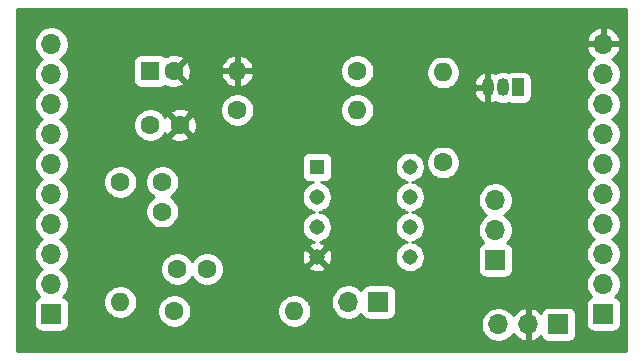
<source format=gbr>
%TF.GenerationSoftware,KiCad,Pcbnew,(5.1.7)-1*%
%TF.CreationDate,2020-12-07T21:27:36+00:00*%
%TF.ProjectId,PiezzCircuit,5069657a-7a43-4697-9263-7569742e6b69,rev?*%
%TF.SameCoordinates,Original*%
%TF.FileFunction,Copper,L2,Bot*%
%TF.FilePolarity,Positive*%
%FSLAX46Y46*%
G04 Gerber Fmt 4.6, Leading zero omitted, Abs format (unit mm)*
G04 Created by KiCad (PCBNEW (5.1.7)-1) date 2020-12-07 21:27:36*
%MOMM*%
%LPD*%
G01*
G04 APERTURE LIST*
%TA.AperFunction,ComponentPad*%
%ADD10O,1.700000X1.700000*%
%TD*%
%TA.AperFunction,ComponentPad*%
%ADD11R,1.700000X1.700000*%
%TD*%
%TA.AperFunction,ComponentPad*%
%ADD12R,1.050000X1.500000*%
%TD*%
%TA.AperFunction,ComponentPad*%
%ADD13O,1.050000X1.500000*%
%TD*%
%TA.AperFunction,ComponentPad*%
%ADD14C,1.308000*%
%TD*%
%TA.AperFunction,ComponentPad*%
%ADD15R,1.308000X1.308000*%
%TD*%
%TA.AperFunction,ComponentPad*%
%ADD16O,1.600000X1.600000*%
%TD*%
%TA.AperFunction,ComponentPad*%
%ADD17C,1.600000*%
%TD*%
%TA.AperFunction,ComponentPad*%
%ADD18R,1.600000X1.600000*%
%TD*%
%TA.AperFunction,Conductor*%
%ADD19C,0.254000*%
%TD*%
%TA.AperFunction,Conductor*%
%ADD20C,0.100000*%
%TD*%
G04 APERTURE END LIST*
D10*
%TO.P,J6,10*%
%TO.N,GND*%
X86106000Y-21590000D03*
%TO.P,J6,9*%
%TO.N,Net-(J6-Pad9)*%
X86106000Y-24130000D03*
%TO.P,J6,8*%
%TO.N,Net-(J6-Pad8)*%
X86106000Y-26670000D03*
%TO.P,J6,7*%
%TO.N,Net-(J6-Pad7)*%
X86106000Y-29210000D03*
%TO.P,J6,6*%
%TO.N,Net-(J6-Pad6)*%
X86106000Y-31750000D03*
%TO.P,J6,5*%
%TO.N,Net-(J6-Pad5)*%
X86106000Y-34290000D03*
%TO.P,J6,4*%
%TO.N,Net-(J6-Pad4)*%
X86106000Y-36830000D03*
%TO.P,J6,3*%
%TO.N,Net-(J6-Pad3)*%
X86106000Y-39370000D03*
%TO.P,J6,2*%
%TO.N,Net-(J6-Pad2)*%
X86106000Y-41910000D03*
D11*
%TO.P,J6,1*%
%TO.N,Net-(J6-Pad1)*%
X86106000Y-44450000D03*
%TD*%
D10*
%TO.P,J7,3*%
%TO.N,VDD*%
X77216000Y-45339000D03*
%TO.P,J7,2*%
%TO.N,GND*%
X79756000Y-45339000D03*
D11*
%TO.P,J7,1*%
%TO.N,Net-(J6-Pad7)*%
X82296000Y-45339000D03*
%TD*%
D10*
%TO.P,J2,3*%
%TO.N,Net-(J2-Pad3)*%
X76962000Y-34798000D03*
%TO.P,J2,2*%
%TO.N,Net-(C2-Pad2)*%
X76962000Y-37338000D03*
D11*
%TO.P,J2,1*%
%TO.N,Net-(J2-Pad1)*%
X76962000Y-39878000D03*
%TD*%
D10*
%TO.P,J1,2*%
%TO.N,Net-(C2-Pad1)*%
X64516000Y-43434000D03*
D11*
%TO.P,J1,1*%
%TO.N,Net-(C1-Pad2)*%
X67056000Y-43434000D03*
%TD*%
%TO.P,J3,1*%
%TO.N,Net-(C1-Pad1)*%
X39370000Y-44450000D03*
D10*
%TO.P,J3,2*%
%TO.N,Net-(J3-Pad2)*%
X39370000Y-41910000D03*
%TO.P,J3,3*%
%TO.N,Net-(J3-Pad3)*%
X39370000Y-39370000D03*
%TO.P,J3,4*%
%TO.N,Net-(J3-Pad4)*%
X39370000Y-36830000D03*
%TO.P,J3,5*%
%TO.N,Net-(J3-Pad5)*%
X39370000Y-34290000D03*
%TO.P,J3,6*%
%TO.N,Net-(J3-Pad6)*%
X39370000Y-31750000D03*
%TO.P,J3,7*%
%TO.N,Net-(J3-Pad7)*%
X39370000Y-29210000D03*
%TO.P,J3,8*%
%TO.N,Net-(J3-Pad8)*%
X39370000Y-26670000D03*
%TO.P,J3,9*%
%TO.N,Net-(J3-Pad9)*%
X39370000Y-24130000D03*
%TO.P,J3,10*%
%TO.N,Net-(J3-Pad10)*%
X39370000Y-21590000D03*
%TD*%
D12*
%TO.P,U2,1*%
%TO.N,N/C*%
X78867000Y-25273000D03*
D13*
%TO.P,U2,3*%
%TO.N,GND*%
X76327000Y-25273000D03*
%TO.P,U2,2*%
%TO.N,Net-(J2-Pad1)*%
X77597000Y-25273000D03*
%TD*%
D14*
%TO.P,U1,7*%
%TO.N,Net-(J2-Pad3)*%
X69721000Y-34544000D03*
%TO.P,U1,6*%
X69721000Y-37084000D03*
%TO.P,U1,8*%
%TO.N,VDD*%
X69721000Y-32004000D03*
%TO.P,U1,5*%
%TO.N,Net-(R4-Pad2)*%
X69721000Y-39624000D03*
D15*
%TO.P,U1,1*%
%TO.N,Net-(C1-Pad1)*%
X61851000Y-32004000D03*
D14*
%TO.P,U1,4*%
%TO.N,GND*%
X61851000Y-39624000D03*
%TO.P,U1,2*%
%TO.N,Net-(C1-Pad2)*%
X61851000Y-34544000D03*
%TO.P,U1,3*%
%TO.N,Net-(C2-Pad1)*%
X61851000Y-37084000D03*
%TD*%
D16*
%TO.P,R5,2*%
%TO.N,GND*%
X55118000Y-23876000D03*
D17*
%TO.P,R5,1*%
%TO.N,Net-(R4-Pad2)*%
X65278000Y-23876000D03*
%TD*%
D16*
%TO.P,R4,2*%
%TO.N,Net-(R4-Pad2)*%
X65278000Y-27178000D03*
D17*
%TO.P,R4,1*%
%TO.N,VDD*%
X55118000Y-27178000D03*
%TD*%
D16*
%TO.P,R3,2*%
%TO.N,Net-(J2-Pad1)*%
X72517000Y-24003000D03*
D17*
%TO.P,R3,1*%
%TO.N,VDD*%
X72517000Y-31623000D03*
%TD*%
D16*
%TO.P,R2,2*%
%TO.N,Net-(C2-Pad2)*%
X59944000Y-44196000D03*
D17*
%TO.P,R2,1*%
%TO.N,Net-(C2-Pad1)*%
X49784000Y-44196000D03*
%TD*%
D16*
%TO.P,R1,2*%
%TO.N,Net-(C1-Pad2)*%
X45212000Y-43434000D03*
D17*
%TO.P,R1,1*%
%TO.N,Net-(C1-Pad1)*%
X45212000Y-33274000D03*
%TD*%
%TO.P,C4,2*%
%TO.N,GND*%
X49752000Y-23876000D03*
D18*
%TO.P,C4,1*%
%TO.N,VDD*%
X47752000Y-23876000D03*
%TD*%
D17*
%TO.P,C3,2*%
%TO.N,GND*%
X50252000Y-28448000D03*
%TO.P,C3,1*%
%TO.N,VDD*%
X47752000Y-28448000D03*
%TD*%
%TO.P,C2,2*%
%TO.N,Net-(C2-Pad2)*%
X52538000Y-40640000D03*
%TO.P,C2,1*%
%TO.N,Net-(C2-Pad1)*%
X50038000Y-40640000D03*
%TD*%
%TO.P,C1,2*%
%TO.N,Net-(C1-Pad2)*%
X48768000Y-35774000D03*
%TO.P,C1,1*%
%TO.N,Net-(C1-Pad1)*%
X48768000Y-33274000D03*
%TD*%
D19*
%TO.N,GND*%
X88011000Y-47575000D02*
X36449000Y-47575000D01*
X36449000Y-43600000D01*
X37881928Y-43600000D01*
X37881928Y-45300000D01*
X37894188Y-45424482D01*
X37930498Y-45544180D01*
X37989463Y-45654494D01*
X38068815Y-45751185D01*
X38165506Y-45830537D01*
X38275820Y-45889502D01*
X38395518Y-45925812D01*
X38520000Y-45938072D01*
X40220000Y-45938072D01*
X40344482Y-45925812D01*
X40464180Y-45889502D01*
X40574494Y-45830537D01*
X40671185Y-45751185D01*
X40750537Y-45654494D01*
X40809502Y-45544180D01*
X40845812Y-45424482D01*
X40858072Y-45300000D01*
X40858072Y-43600000D01*
X40845812Y-43475518D01*
X40809502Y-43355820D01*
X40775745Y-43292665D01*
X43777000Y-43292665D01*
X43777000Y-43575335D01*
X43832147Y-43852574D01*
X43940320Y-44113727D01*
X44097363Y-44348759D01*
X44297241Y-44548637D01*
X44532273Y-44705680D01*
X44793426Y-44813853D01*
X45070665Y-44869000D01*
X45353335Y-44869000D01*
X45630574Y-44813853D01*
X45891727Y-44705680D01*
X46126759Y-44548637D01*
X46326637Y-44348759D01*
X46483680Y-44113727D01*
X46508144Y-44054665D01*
X48349000Y-44054665D01*
X48349000Y-44337335D01*
X48404147Y-44614574D01*
X48512320Y-44875727D01*
X48669363Y-45110759D01*
X48869241Y-45310637D01*
X49104273Y-45467680D01*
X49365426Y-45575853D01*
X49642665Y-45631000D01*
X49925335Y-45631000D01*
X50202574Y-45575853D01*
X50463727Y-45467680D01*
X50698759Y-45310637D01*
X50898637Y-45110759D01*
X51055680Y-44875727D01*
X51163853Y-44614574D01*
X51219000Y-44337335D01*
X51219000Y-44054665D01*
X58509000Y-44054665D01*
X58509000Y-44337335D01*
X58564147Y-44614574D01*
X58672320Y-44875727D01*
X58829363Y-45110759D01*
X59029241Y-45310637D01*
X59264273Y-45467680D01*
X59525426Y-45575853D01*
X59802665Y-45631000D01*
X60085335Y-45631000D01*
X60362574Y-45575853D01*
X60623727Y-45467680D01*
X60858759Y-45310637D01*
X60976656Y-45192740D01*
X75731000Y-45192740D01*
X75731000Y-45485260D01*
X75788068Y-45772158D01*
X75900010Y-46042411D01*
X76062525Y-46285632D01*
X76269368Y-46492475D01*
X76512589Y-46654990D01*
X76782842Y-46766932D01*
X77069740Y-46824000D01*
X77362260Y-46824000D01*
X77649158Y-46766932D01*
X77919411Y-46654990D01*
X78162632Y-46492475D01*
X78369475Y-46285632D01*
X78491195Y-46103466D01*
X78560822Y-46220355D01*
X78755731Y-46436588D01*
X78989080Y-46610641D01*
X79251901Y-46735825D01*
X79399110Y-46780476D01*
X79629000Y-46659155D01*
X79629000Y-45466000D01*
X79609000Y-45466000D01*
X79609000Y-45212000D01*
X79629000Y-45212000D01*
X79629000Y-44018845D01*
X79883000Y-44018845D01*
X79883000Y-45212000D01*
X79903000Y-45212000D01*
X79903000Y-45466000D01*
X79883000Y-45466000D01*
X79883000Y-46659155D01*
X80112890Y-46780476D01*
X80260099Y-46735825D01*
X80522920Y-46610641D01*
X80756269Y-46436588D01*
X80832034Y-46352534D01*
X80856498Y-46433180D01*
X80915463Y-46543494D01*
X80994815Y-46640185D01*
X81091506Y-46719537D01*
X81201820Y-46778502D01*
X81321518Y-46814812D01*
X81446000Y-46827072D01*
X83146000Y-46827072D01*
X83270482Y-46814812D01*
X83390180Y-46778502D01*
X83500494Y-46719537D01*
X83597185Y-46640185D01*
X83676537Y-46543494D01*
X83735502Y-46433180D01*
X83771812Y-46313482D01*
X83784072Y-46189000D01*
X83784072Y-44489000D01*
X83771812Y-44364518D01*
X83735502Y-44244820D01*
X83676537Y-44134506D01*
X83597185Y-44037815D01*
X83500494Y-43958463D01*
X83390180Y-43899498D01*
X83270482Y-43863188D01*
X83146000Y-43850928D01*
X81446000Y-43850928D01*
X81321518Y-43863188D01*
X81201820Y-43899498D01*
X81091506Y-43958463D01*
X80994815Y-44037815D01*
X80915463Y-44134506D01*
X80856498Y-44244820D01*
X80832034Y-44325466D01*
X80756269Y-44241412D01*
X80522920Y-44067359D01*
X80260099Y-43942175D01*
X80112890Y-43897524D01*
X79883000Y-44018845D01*
X79629000Y-44018845D01*
X79399110Y-43897524D01*
X79251901Y-43942175D01*
X78989080Y-44067359D01*
X78755731Y-44241412D01*
X78560822Y-44457645D01*
X78491195Y-44574534D01*
X78369475Y-44392368D01*
X78162632Y-44185525D01*
X77919411Y-44023010D01*
X77649158Y-43911068D01*
X77362260Y-43854000D01*
X77069740Y-43854000D01*
X76782842Y-43911068D01*
X76512589Y-44023010D01*
X76269368Y-44185525D01*
X76062525Y-44392368D01*
X75900010Y-44635589D01*
X75788068Y-44905842D01*
X75731000Y-45192740D01*
X60976656Y-45192740D01*
X61058637Y-45110759D01*
X61215680Y-44875727D01*
X61323853Y-44614574D01*
X61379000Y-44337335D01*
X61379000Y-44054665D01*
X61323853Y-43777426D01*
X61215680Y-43516273D01*
X61062980Y-43287740D01*
X63031000Y-43287740D01*
X63031000Y-43580260D01*
X63088068Y-43867158D01*
X63200010Y-44137411D01*
X63362525Y-44380632D01*
X63569368Y-44587475D01*
X63812589Y-44749990D01*
X64082842Y-44861932D01*
X64369740Y-44919000D01*
X64662260Y-44919000D01*
X64949158Y-44861932D01*
X65219411Y-44749990D01*
X65462632Y-44587475D01*
X65594487Y-44455620D01*
X65616498Y-44528180D01*
X65675463Y-44638494D01*
X65754815Y-44735185D01*
X65851506Y-44814537D01*
X65961820Y-44873502D01*
X66081518Y-44909812D01*
X66206000Y-44922072D01*
X67906000Y-44922072D01*
X68030482Y-44909812D01*
X68150180Y-44873502D01*
X68260494Y-44814537D01*
X68357185Y-44735185D01*
X68436537Y-44638494D01*
X68495502Y-44528180D01*
X68531812Y-44408482D01*
X68544072Y-44284000D01*
X68544072Y-43600000D01*
X84617928Y-43600000D01*
X84617928Y-45300000D01*
X84630188Y-45424482D01*
X84666498Y-45544180D01*
X84725463Y-45654494D01*
X84804815Y-45751185D01*
X84901506Y-45830537D01*
X85011820Y-45889502D01*
X85131518Y-45925812D01*
X85256000Y-45938072D01*
X86956000Y-45938072D01*
X87080482Y-45925812D01*
X87200180Y-45889502D01*
X87310494Y-45830537D01*
X87407185Y-45751185D01*
X87486537Y-45654494D01*
X87545502Y-45544180D01*
X87581812Y-45424482D01*
X87594072Y-45300000D01*
X87594072Y-43600000D01*
X87581812Y-43475518D01*
X87545502Y-43355820D01*
X87486537Y-43245506D01*
X87407185Y-43148815D01*
X87310494Y-43069463D01*
X87200180Y-43010498D01*
X87127620Y-42988487D01*
X87259475Y-42856632D01*
X87421990Y-42613411D01*
X87533932Y-42343158D01*
X87591000Y-42056260D01*
X87591000Y-41763740D01*
X87533932Y-41476842D01*
X87421990Y-41206589D01*
X87259475Y-40963368D01*
X87052632Y-40756525D01*
X86878240Y-40640000D01*
X87052632Y-40523475D01*
X87259475Y-40316632D01*
X87421990Y-40073411D01*
X87533932Y-39803158D01*
X87591000Y-39516260D01*
X87591000Y-39223740D01*
X87533932Y-38936842D01*
X87421990Y-38666589D01*
X87259475Y-38423368D01*
X87052632Y-38216525D01*
X86878240Y-38100000D01*
X87052632Y-37983475D01*
X87259475Y-37776632D01*
X87421990Y-37533411D01*
X87533932Y-37263158D01*
X87591000Y-36976260D01*
X87591000Y-36683740D01*
X87533932Y-36396842D01*
X87421990Y-36126589D01*
X87259475Y-35883368D01*
X87052632Y-35676525D01*
X86878240Y-35560000D01*
X87052632Y-35443475D01*
X87259475Y-35236632D01*
X87421990Y-34993411D01*
X87533932Y-34723158D01*
X87591000Y-34436260D01*
X87591000Y-34143740D01*
X87533932Y-33856842D01*
X87421990Y-33586589D01*
X87259475Y-33343368D01*
X87052632Y-33136525D01*
X86878240Y-33020000D01*
X87052632Y-32903475D01*
X87259475Y-32696632D01*
X87421990Y-32453411D01*
X87533932Y-32183158D01*
X87591000Y-31896260D01*
X87591000Y-31603740D01*
X87533932Y-31316842D01*
X87421990Y-31046589D01*
X87259475Y-30803368D01*
X87052632Y-30596525D01*
X86878240Y-30480000D01*
X87052632Y-30363475D01*
X87259475Y-30156632D01*
X87421990Y-29913411D01*
X87533932Y-29643158D01*
X87591000Y-29356260D01*
X87591000Y-29063740D01*
X87533932Y-28776842D01*
X87421990Y-28506589D01*
X87259475Y-28263368D01*
X87052632Y-28056525D01*
X86878240Y-27940000D01*
X87052632Y-27823475D01*
X87259475Y-27616632D01*
X87421990Y-27373411D01*
X87533932Y-27103158D01*
X87591000Y-26816260D01*
X87591000Y-26523740D01*
X87533932Y-26236842D01*
X87421990Y-25966589D01*
X87259475Y-25723368D01*
X87052632Y-25516525D01*
X86878240Y-25400000D01*
X87052632Y-25283475D01*
X87259475Y-25076632D01*
X87421990Y-24833411D01*
X87533932Y-24563158D01*
X87591000Y-24276260D01*
X87591000Y-23983740D01*
X87533932Y-23696842D01*
X87421990Y-23426589D01*
X87259475Y-23183368D01*
X87052632Y-22976525D01*
X86870466Y-22854805D01*
X86987355Y-22785178D01*
X87203588Y-22590269D01*
X87377641Y-22356920D01*
X87502825Y-22094099D01*
X87547476Y-21946890D01*
X87426155Y-21717000D01*
X86233000Y-21717000D01*
X86233000Y-21737000D01*
X85979000Y-21737000D01*
X85979000Y-21717000D01*
X84785845Y-21717000D01*
X84664524Y-21946890D01*
X84709175Y-22094099D01*
X84834359Y-22356920D01*
X85008412Y-22590269D01*
X85224645Y-22785178D01*
X85341534Y-22854805D01*
X85159368Y-22976525D01*
X84952525Y-23183368D01*
X84790010Y-23426589D01*
X84678068Y-23696842D01*
X84621000Y-23983740D01*
X84621000Y-24276260D01*
X84678068Y-24563158D01*
X84790010Y-24833411D01*
X84952525Y-25076632D01*
X85159368Y-25283475D01*
X85333760Y-25400000D01*
X85159368Y-25516525D01*
X84952525Y-25723368D01*
X84790010Y-25966589D01*
X84678068Y-26236842D01*
X84621000Y-26523740D01*
X84621000Y-26816260D01*
X84678068Y-27103158D01*
X84790010Y-27373411D01*
X84952525Y-27616632D01*
X85159368Y-27823475D01*
X85333760Y-27940000D01*
X85159368Y-28056525D01*
X84952525Y-28263368D01*
X84790010Y-28506589D01*
X84678068Y-28776842D01*
X84621000Y-29063740D01*
X84621000Y-29356260D01*
X84678068Y-29643158D01*
X84790010Y-29913411D01*
X84952525Y-30156632D01*
X85159368Y-30363475D01*
X85333760Y-30480000D01*
X85159368Y-30596525D01*
X84952525Y-30803368D01*
X84790010Y-31046589D01*
X84678068Y-31316842D01*
X84621000Y-31603740D01*
X84621000Y-31896260D01*
X84678068Y-32183158D01*
X84790010Y-32453411D01*
X84952525Y-32696632D01*
X85159368Y-32903475D01*
X85333760Y-33020000D01*
X85159368Y-33136525D01*
X84952525Y-33343368D01*
X84790010Y-33586589D01*
X84678068Y-33856842D01*
X84621000Y-34143740D01*
X84621000Y-34436260D01*
X84678068Y-34723158D01*
X84790010Y-34993411D01*
X84952525Y-35236632D01*
X85159368Y-35443475D01*
X85333760Y-35560000D01*
X85159368Y-35676525D01*
X84952525Y-35883368D01*
X84790010Y-36126589D01*
X84678068Y-36396842D01*
X84621000Y-36683740D01*
X84621000Y-36976260D01*
X84678068Y-37263158D01*
X84790010Y-37533411D01*
X84952525Y-37776632D01*
X85159368Y-37983475D01*
X85333760Y-38100000D01*
X85159368Y-38216525D01*
X84952525Y-38423368D01*
X84790010Y-38666589D01*
X84678068Y-38936842D01*
X84621000Y-39223740D01*
X84621000Y-39516260D01*
X84678068Y-39803158D01*
X84790010Y-40073411D01*
X84952525Y-40316632D01*
X85159368Y-40523475D01*
X85333760Y-40640000D01*
X85159368Y-40756525D01*
X84952525Y-40963368D01*
X84790010Y-41206589D01*
X84678068Y-41476842D01*
X84621000Y-41763740D01*
X84621000Y-42056260D01*
X84678068Y-42343158D01*
X84790010Y-42613411D01*
X84952525Y-42856632D01*
X85084380Y-42988487D01*
X85011820Y-43010498D01*
X84901506Y-43069463D01*
X84804815Y-43148815D01*
X84725463Y-43245506D01*
X84666498Y-43355820D01*
X84630188Y-43475518D01*
X84617928Y-43600000D01*
X68544072Y-43600000D01*
X68544072Y-42584000D01*
X68531812Y-42459518D01*
X68495502Y-42339820D01*
X68436537Y-42229506D01*
X68357185Y-42132815D01*
X68260494Y-42053463D01*
X68150180Y-41994498D01*
X68030482Y-41958188D01*
X67906000Y-41945928D01*
X66206000Y-41945928D01*
X66081518Y-41958188D01*
X65961820Y-41994498D01*
X65851506Y-42053463D01*
X65754815Y-42132815D01*
X65675463Y-42229506D01*
X65616498Y-42339820D01*
X65594487Y-42412380D01*
X65462632Y-42280525D01*
X65219411Y-42118010D01*
X64949158Y-42006068D01*
X64662260Y-41949000D01*
X64369740Y-41949000D01*
X64082842Y-42006068D01*
X63812589Y-42118010D01*
X63569368Y-42280525D01*
X63362525Y-42487368D01*
X63200010Y-42730589D01*
X63088068Y-43000842D01*
X63031000Y-43287740D01*
X61062980Y-43287740D01*
X61058637Y-43281241D01*
X60858759Y-43081363D01*
X60623727Y-42924320D01*
X60362574Y-42816147D01*
X60085335Y-42761000D01*
X59802665Y-42761000D01*
X59525426Y-42816147D01*
X59264273Y-42924320D01*
X59029241Y-43081363D01*
X58829363Y-43281241D01*
X58672320Y-43516273D01*
X58564147Y-43777426D01*
X58509000Y-44054665D01*
X51219000Y-44054665D01*
X51163853Y-43777426D01*
X51055680Y-43516273D01*
X50898637Y-43281241D01*
X50698759Y-43081363D01*
X50463727Y-42924320D01*
X50202574Y-42816147D01*
X49925335Y-42761000D01*
X49642665Y-42761000D01*
X49365426Y-42816147D01*
X49104273Y-42924320D01*
X48869241Y-43081363D01*
X48669363Y-43281241D01*
X48512320Y-43516273D01*
X48404147Y-43777426D01*
X48349000Y-44054665D01*
X46508144Y-44054665D01*
X46591853Y-43852574D01*
X46647000Y-43575335D01*
X46647000Y-43292665D01*
X46591853Y-43015426D01*
X46483680Y-42754273D01*
X46326637Y-42519241D01*
X46126759Y-42319363D01*
X45891727Y-42162320D01*
X45630574Y-42054147D01*
X45353335Y-41999000D01*
X45070665Y-41999000D01*
X44793426Y-42054147D01*
X44532273Y-42162320D01*
X44297241Y-42319363D01*
X44097363Y-42519241D01*
X43940320Y-42754273D01*
X43832147Y-43015426D01*
X43777000Y-43292665D01*
X40775745Y-43292665D01*
X40750537Y-43245506D01*
X40671185Y-43148815D01*
X40574494Y-43069463D01*
X40464180Y-43010498D01*
X40391620Y-42988487D01*
X40523475Y-42856632D01*
X40685990Y-42613411D01*
X40797932Y-42343158D01*
X40855000Y-42056260D01*
X40855000Y-41763740D01*
X40797932Y-41476842D01*
X40685990Y-41206589D01*
X40523475Y-40963368D01*
X40316632Y-40756525D01*
X40142240Y-40640000D01*
X40316632Y-40523475D01*
X40341442Y-40498665D01*
X48603000Y-40498665D01*
X48603000Y-40781335D01*
X48658147Y-41058574D01*
X48766320Y-41319727D01*
X48923363Y-41554759D01*
X49123241Y-41754637D01*
X49358273Y-41911680D01*
X49619426Y-42019853D01*
X49896665Y-42075000D01*
X50179335Y-42075000D01*
X50456574Y-42019853D01*
X50717727Y-41911680D01*
X50952759Y-41754637D01*
X51152637Y-41554759D01*
X51288000Y-41352173D01*
X51423363Y-41554759D01*
X51623241Y-41754637D01*
X51858273Y-41911680D01*
X52119426Y-42019853D01*
X52396665Y-42075000D01*
X52679335Y-42075000D01*
X52956574Y-42019853D01*
X53217727Y-41911680D01*
X53452759Y-41754637D01*
X53652637Y-41554759D01*
X53809680Y-41319727D01*
X53917853Y-41058574D01*
X53973000Y-40781335D01*
X53973000Y-40512387D01*
X61142218Y-40512387D01*
X61196093Y-40741468D01*
X61426684Y-40847763D01*
X61673581Y-40907028D01*
X61927296Y-40916988D01*
X62178079Y-40877259D01*
X62416293Y-40789368D01*
X62505907Y-40741468D01*
X62559782Y-40512387D01*
X61851000Y-39803605D01*
X61142218Y-40512387D01*
X53973000Y-40512387D01*
X53973000Y-40498665D01*
X53917853Y-40221426D01*
X53809680Y-39960273D01*
X53652637Y-39725241D01*
X53627692Y-39700296D01*
X60558012Y-39700296D01*
X60597741Y-39951079D01*
X60685632Y-40189293D01*
X60733532Y-40278907D01*
X60962613Y-40332782D01*
X61671395Y-39624000D01*
X62030605Y-39624000D01*
X62739387Y-40332782D01*
X62968468Y-40278907D01*
X63074763Y-40048316D01*
X63134028Y-39801419D01*
X63143988Y-39547704D01*
X63104259Y-39296921D01*
X63016368Y-39058707D01*
X62968468Y-38969093D01*
X62739387Y-38915218D01*
X62030605Y-39624000D01*
X61671395Y-39624000D01*
X60962613Y-38915218D01*
X60733532Y-38969093D01*
X60627237Y-39199684D01*
X60567972Y-39446581D01*
X60558012Y-39700296D01*
X53627692Y-39700296D01*
X53452759Y-39525363D01*
X53217727Y-39368320D01*
X52956574Y-39260147D01*
X52679335Y-39205000D01*
X52396665Y-39205000D01*
X52119426Y-39260147D01*
X51858273Y-39368320D01*
X51623241Y-39525363D01*
X51423363Y-39725241D01*
X51288000Y-39927827D01*
X51152637Y-39725241D01*
X50952759Y-39525363D01*
X50717727Y-39368320D01*
X50456574Y-39260147D01*
X50179335Y-39205000D01*
X49896665Y-39205000D01*
X49619426Y-39260147D01*
X49358273Y-39368320D01*
X49123241Y-39525363D01*
X48923363Y-39725241D01*
X48766320Y-39960273D01*
X48658147Y-40221426D01*
X48603000Y-40498665D01*
X40341442Y-40498665D01*
X40523475Y-40316632D01*
X40685990Y-40073411D01*
X40797932Y-39803158D01*
X40855000Y-39516260D01*
X40855000Y-39223740D01*
X40797932Y-38936842D01*
X40685990Y-38666589D01*
X40523475Y-38423368D01*
X40316632Y-38216525D01*
X40142240Y-38100000D01*
X40316632Y-37983475D01*
X40523475Y-37776632D01*
X40685990Y-37533411D01*
X40797932Y-37263158D01*
X40855000Y-36976260D01*
X40855000Y-36683740D01*
X40797932Y-36396842D01*
X40685990Y-36126589D01*
X40523475Y-35883368D01*
X40316632Y-35676525D01*
X40142240Y-35560000D01*
X40316632Y-35443475D01*
X40523475Y-35236632D01*
X40685990Y-34993411D01*
X40797932Y-34723158D01*
X40855000Y-34436260D01*
X40855000Y-34143740D01*
X40797932Y-33856842D01*
X40685990Y-33586589D01*
X40523475Y-33343368D01*
X40316632Y-33136525D01*
X40310856Y-33132665D01*
X43777000Y-33132665D01*
X43777000Y-33415335D01*
X43832147Y-33692574D01*
X43940320Y-33953727D01*
X44097363Y-34188759D01*
X44297241Y-34388637D01*
X44532273Y-34545680D01*
X44793426Y-34653853D01*
X45070665Y-34709000D01*
X45353335Y-34709000D01*
X45630574Y-34653853D01*
X45891727Y-34545680D01*
X46126759Y-34388637D01*
X46326637Y-34188759D01*
X46483680Y-33953727D01*
X46591853Y-33692574D01*
X46647000Y-33415335D01*
X46647000Y-33132665D01*
X47333000Y-33132665D01*
X47333000Y-33415335D01*
X47388147Y-33692574D01*
X47496320Y-33953727D01*
X47653363Y-34188759D01*
X47853241Y-34388637D01*
X48055827Y-34524000D01*
X47853241Y-34659363D01*
X47653363Y-34859241D01*
X47496320Y-35094273D01*
X47388147Y-35355426D01*
X47333000Y-35632665D01*
X47333000Y-35915335D01*
X47388147Y-36192574D01*
X47496320Y-36453727D01*
X47653363Y-36688759D01*
X47853241Y-36888637D01*
X48088273Y-37045680D01*
X48349426Y-37153853D01*
X48626665Y-37209000D01*
X48909335Y-37209000D01*
X49186574Y-37153853D01*
X49447727Y-37045680D01*
X49682759Y-36888637D01*
X49882637Y-36688759D01*
X50039680Y-36453727D01*
X50147853Y-36192574D01*
X50203000Y-35915335D01*
X50203000Y-35632665D01*
X50147853Y-35355426D01*
X50039680Y-35094273D01*
X49882637Y-34859241D01*
X49682759Y-34659363D01*
X49480173Y-34524000D01*
X49682759Y-34388637D01*
X49882637Y-34188759D01*
X50039680Y-33953727D01*
X50147853Y-33692574D01*
X50203000Y-33415335D01*
X50203000Y-33132665D01*
X50147853Y-32855426D01*
X50039680Y-32594273D01*
X49882637Y-32359241D01*
X49682759Y-32159363D01*
X49447727Y-32002320D01*
X49186574Y-31894147D01*
X48909335Y-31839000D01*
X48626665Y-31839000D01*
X48349426Y-31894147D01*
X48088273Y-32002320D01*
X47853241Y-32159363D01*
X47653363Y-32359241D01*
X47496320Y-32594273D01*
X47388147Y-32855426D01*
X47333000Y-33132665D01*
X46647000Y-33132665D01*
X46591853Y-32855426D01*
X46483680Y-32594273D01*
X46326637Y-32359241D01*
X46126759Y-32159363D01*
X45891727Y-32002320D01*
X45630574Y-31894147D01*
X45353335Y-31839000D01*
X45070665Y-31839000D01*
X44793426Y-31894147D01*
X44532273Y-32002320D01*
X44297241Y-32159363D01*
X44097363Y-32359241D01*
X43940320Y-32594273D01*
X43832147Y-32855426D01*
X43777000Y-33132665D01*
X40310856Y-33132665D01*
X40142240Y-33020000D01*
X40316632Y-32903475D01*
X40523475Y-32696632D01*
X40685990Y-32453411D01*
X40797932Y-32183158D01*
X40855000Y-31896260D01*
X40855000Y-31603740D01*
X40804528Y-31350000D01*
X60558928Y-31350000D01*
X60558928Y-32658000D01*
X60571188Y-32782482D01*
X60607498Y-32902180D01*
X60666463Y-33012494D01*
X60745815Y-33109185D01*
X60842506Y-33188537D01*
X60952820Y-33247502D01*
X61072518Y-33283812D01*
X61197000Y-33296072D01*
X61517560Y-33296072D01*
X61475013Y-33304535D01*
X61240430Y-33401703D01*
X61029310Y-33542768D01*
X60849768Y-33722310D01*
X60708703Y-33933430D01*
X60611535Y-34168013D01*
X60562000Y-34417045D01*
X60562000Y-34670955D01*
X60611535Y-34919987D01*
X60708703Y-35154570D01*
X60849768Y-35365690D01*
X61029310Y-35545232D01*
X61240430Y-35686297D01*
X61475013Y-35783465D01*
X61628524Y-35814000D01*
X61475013Y-35844535D01*
X61240430Y-35941703D01*
X61029310Y-36082768D01*
X60849768Y-36262310D01*
X60708703Y-36473430D01*
X60611535Y-36708013D01*
X60562000Y-36957045D01*
X60562000Y-37210955D01*
X60611535Y-37459987D01*
X60708703Y-37694570D01*
X60849768Y-37905690D01*
X61029310Y-38085232D01*
X61240430Y-38226297D01*
X61475013Y-38323465D01*
X61628999Y-38354094D01*
X61523921Y-38370741D01*
X61285707Y-38458632D01*
X61196093Y-38506532D01*
X61142218Y-38735613D01*
X61851000Y-39444395D01*
X62559782Y-38735613D01*
X62505907Y-38506532D01*
X62275316Y-38400237D01*
X62078516Y-38352997D01*
X62226987Y-38323465D01*
X62461570Y-38226297D01*
X62672690Y-38085232D01*
X62852232Y-37905690D01*
X62993297Y-37694570D01*
X63090465Y-37459987D01*
X63140000Y-37210955D01*
X63140000Y-36957045D01*
X63090465Y-36708013D01*
X62993297Y-36473430D01*
X62852232Y-36262310D01*
X62672690Y-36082768D01*
X62461570Y-35941703D01*
X62226987Y-35844535D01*
X62073476Y-35814000D01*
X62226987Y-35783465D01*
X62461570Y-35686297D01*
X62672690Y-35545232D01*
X62852232Y-35365690D01*
X62993297Y-35154570D01*
X63090465Y-34919987D01*
X63140000Y-34670955D01*
X63140000Y-34417045D01*
X63090465Y-34168013D01*
X62993297Y-33933430D01*
X62852232Y-33722310D01*
X62672690Y-33542768D01*
X62461570Y-33401703D01*
X62226987Y-33304535D01*
X62184440Y-33296072D01*
X62505000Y-33296072D01*
X62629482Y-33283812D01*
X62749180Y-33247502D01*
X62859494Y-33188537D01*
X62956185Y-33109185D01*
X63035537Y-33012494D01*
X63094502Y-32902180D01*
X63130812Y-32782482D01*
X63143072Y-32658000D01*
X63143072Y-31877045D01*
X68432000Y-31877045D01*
X68432000Y-32130955D01*
X68481535Y-32379987D01*
X68578703Y-32614570D01*
X68719768Y-32825690D01*
X68899310Y-33005232D01*
X69110430Y-33146297D01*
X69345013Y-33243465D01*
X69498524Y-33274000D01*
X69345013Y-33304535D01*
X69110430Y-33401703D01*
X68899310Y-33542768D01*
X68719768Y-33722310D01*
X68578703Y-33933430D01*
X68481535Y-34168013D01*
X68432000Y-34417045D01*
X68432000Y-34670955D01*
X68481535Y-34919987D01*
X68578703Y-35154570D01*
X68719768Y-35365690D01*
X68899310Y-35545232D01*
X69110430Y-35686297D01*
X69345013Y-35783465D01*
X69498524Y-35814000D01*
X69345013Y-35844535D01*
X69110430Y-35941703D01*
X68899310Y-36082768D01*
X68719768Y-36262310D01*
X68578703Y-36473430D01*
X68481535Y-36708013D01*
X68432000Y-36957045D01*
X68432000Y-37210955D01*
X68481535Y-37459987D01*
X68578703Y-37694570D01*
X68719768Y-37905690D01*
X68899310Y-38085232D01*
X69110430Y-38226297D01*
X69345013Y-38323465D01*
X69498524Y-38354000D01*
X69345013Y-38384535D01*
X69110430Y-38481703D01*
X68899310Y-38622768D01*
X68719768Y-38802310D01*
X68578703Y-39013430D01*
X68481535Y-39248013D01*
X68432000Y-39497045D01*
X68432000Y-39750955D01*
X68481535Y-39999987D01*
X68578703Y-40234570D01*
X68719768Y-40445690D01*
X68899310Y-40625232D01*
X69110430Y-40766297D01*
X69345013Y-40863465D01*
X69594045Y-40913000D01*
X69847955Y-40913000D01*
X70096987Y-40863465D01*
X70331570Y-40766297D01*
X70542690Y-40625232D01*
X70722232Y-40445690D01*
X70863297Y-40234570D01*
X70960465Y-39999987D01*
X71010000Y-39750955D01*
X71010000Y-39497045D01*
X70960465Y-39248013D01*
X70869333Y-39028000D01*
X75473928Y-39028000D01*
X75473928Y-40728000D01*
X75486188Y-40852482D01*
X75522498Y-40972180D01*
X75581463Y-41082494D01*
X75660815Y-41179185D01*
X75757506Y-41258537D01*
X75867820Y-41317502D01*
X75987518Y-41353812D01*
X76112000Y-41366072D01*
X77812000Y-41366072D01*
X77936482Y-41353812D01*
X78056180Y-41317502D01*
X78166494Y-41258537D01*
X78263185Y-41179185D01*
X78342537Y-41082494D01*
X78401502Y-40972180D01*
X78437812Y-40852482D01*
X78450072Y-40728000D01*
X78450072Y-39028000D01*
X78437812Y-38903518D01*
X78401502Y-38783820D01*
X78342537Y-38673506D01*
X78263185Y-38576815D01*
X78166494Y-38497463D01*
X78056180Y-38438498D01*
X77983620Y-38416487D01*
X78115475Y-38284632D01*
X78277990Y-38041411D01*
X78389932Y-37771158D01*
X78447000Y-37484260D01*
X78447000Y-37191740D01*
X78389932Y-36904842D01*
X78277990Y-36634589D01*
X78115475Y-36391368D01*
X77908632Y-36184525D01*
X77734240Y-36068000D01*
X77908632Y-35951475D01*
X78115475Y-35744632D01*
X78277990Y-35501411D01*
X78389932Y-35231158D01*
X78447000Y-34944260D01*
X78447000Y-34651740D01*
X78389932Y-34364842D01*
X78277990Y-34094589D01*
X78115475Y-33851368D01*
X77908632Y-33644525D01*
X77665411Y-33482010D01*
X77395158Y-33370068D01*
X77108260Y-33313000D01*
X76815740Y-33313000D01*
X76528842Y-33370068D01*
X76258589Y-33482010D01*
X76015368Y-33644525D01*
X75808525Y-33851368D01*
X75646010Y-34094589D01*
X75534068Y-34364842D01*
X75477000Y-34651740D01*
X75477000Y-34944260D01*
X75534068Y-35231158D01*
X75646010Y-35501411D01*
X75808525Y-35744632D01*
X76015368Y-35951475D01*
X76189760Y-36068000D01*
X76015368Y-36184525D01*
X75808525Y-36391368D01*
X75646010Y-36634589D01*
X75534068Y-36904842D01*
X75477000Y-37191740D01*
X75477000Y-37484260D01*
X75534068Y-37771158D01*
X75646010Y-38041411D01*
X75808525Y-38284632D01*
X75940380Y-38416487D01*
X75867820Y-38438498D01*
X75757506Y-38497463D01*
X75660815Y-38576815D01*
X75581463Y-38673506D01*
X75522498Y-38783820D01*
X75486188Y-38903518D01*
X75473928Y-39028000D01*
X70869333Y-39028000D01*
X70863297Y-39013430D01*
X70722232Y-38802310D01*
X70542690Y-38622768D01*
X70331570Y-38481703D01*
X70096987Y-38384535D01*
X69943476Y-38354000D01*
X70096987Y-38323465D01*
X70331570Y-38226297D01*
X70542690Y-38085232D01*
X70722232Y-37905690D01*
X70863297Y-37694570D01*
X70960465Y-37459987D01*
X71010000Y-37210955D01*
X71010000Y-36957045D01*
X70960465Y-36708013D01*
X70863297Y-36473430D01*
X70722232Y-36262310D01*
X70542690Y-36082768D01*
X70331570Y-35941703D01*
X70096987Y-35844535D01*
X69943476Y-35814000D01*
X70096987Y-35783465D01*
X70331570Y-35686297D01*
X70542690Y-35545232D01*
X70722232Y-35365690D01*
X70863297Y-35154570D01*
X70960465Y-34919987D01*
X71010000Y-34670955D01*
X71010000Y-34417045D01*
X70960465Y-34168013D01*
X70863297Y-33933430D01*
X70722232Y-33722310D01*
X70542690Y-33542768D01*
X70331570Y-33401703D01*
X70096987Y-33304535D01*
X69943476Y-33274000D01*
X70096987Y-33243465D01*
X70331570Y-33146297D01*
X70542690Y-33005232D01*
X70722232Y-32825690D01*
X70863297Y-32614570D01*
X70960465Y-32379987D01*
X71010000Y-32130955D01*
X71010000Y-31877045D01*
X70960465Y-31628013D01*
X70899846Y-31481665D01*
X71082000Y-31481665D01*
X71082000Y-31764335D01*
X71137147Y-32041574D01*
X71245320Y-32302727D01*
X71402363Y-32537759D01*
X71602241Y-32737637D01*
X71837273Y-32894680D01*
X72098426Y-33002853D01*
X72375665Y-33058000D01*
X72658335Y-33058000D01*
X72935574Y-33002853D01*
X73196727Y-32894680D01*
X73431759Y-32737637D01*
X73631637Y-32537759D01*
X73788680Y-32302727D01*
X73896853Y-32041574D01*
X73952000Y-31764335D01*
X73952000Y-31481665D01*
X73896853Y-31204426D01*
X73788680Y-30943273D01*
X73631637Y-30708241D01*
X73431759Y-30508363D01*
X73196727Y-30351320D01*
X72935574Y-30243147D01*
X72658335Y-30188000D01*
X72375665Y-30188000D01*
X72098426Y-30243147D01*
X71837273Y-30351320D01*
X71602241Y-30508363D01*
X71402363Y-30708241D01*
X71245320Y-30943273D01*
X71137147Y-31204426D01*
X71082000Y-31481665D01*
X70899846Y-31481665D01*
X70863297Y-31393430D01*
X70722232Y-31182310D01*
X70542690Y-31002768D01*
X70331570Y-30861703D01*
X70096987Y-30764535D01*
X69847955Y-30715000D01*
X69594045Y-30715000D01*
X69345013Y-30764535D01*
X69110430Y-30861703D01*
X68899310Y-31002768D01*
X68719768Y-31182310D01*
X68578703Y-31393430D01*
X68481535Y-31628013D01*
X68432000Y-31877045D01*
X63143072Y-31877045D01*
X63143072Y-31350000D01*
X63130812Y-31225518D01*
X63094502Y-31105820D01*
X63035537Y-30995506D01*
X62956185Y-30898815D01*
X62859494Y-30819463D01*
X62749180Y-30760498D01*
X62629482Y-30724188D01*
X62505000Y-30711928D01*
X61197000Y-30711928D01*
X61072518Y-30724188D01*
X60952820Y-30760498D01*
X60842506Y-30819463D01*
X60745815Y-30898815D01*
X60666463Y-30995506D01*
X60607498Y-31105820D01*
X60571188Y-31225518D01*
X60558928Y-31350000D01*
X40804528Y-31350000D01*
X40797932Y-31316842D01*
X40685990Y-31046589D01*
X40523475Y-30803368D01*
X40316632Y-30596525D01*
X40142240Y-30480000D01*
X40316632Y-30363475D01*
X40523475Y-30156632D01*
X40685990Y-29913411D01*
X40797932Y-29643158D01*
X40855000Y-29356260D01*
X40855000Y-29063740D01*
X40797932Y-28776842D01*
X40685990Y-28506589D01*
X40552406Y-28306665D01*
X46317000Y-28306665D01*
X46317000Y-28589335D01*
X46372147Y-28866574D01*
X46480320Y-29127727D01*
X46637363Y-29362759D01*
X46837241Y-29562637D01*
X47072273Y-29719680D01*
X47333426Y-29827853D01*
X47610665Y-29883000D01*
X47893335Y-29883000D01*
X48170574Y-29827853D01*
X48431727Y-29719680D01*
X48666759Y-29562637D01*
X48788694Y-29440702D01*
X49438903Y-29440702D01*
X49510486Y-29684671D01*
X49765996Y-29805571D01*
X50040184Y-29874300D01*
X50322512Y-29888217D01*
X50602130Y-29846787D01*
X50868292Y-29751603D01*
X50993514Y-29684671D01*
X51065097Y-29440702D01*
X50252000Y-28627605D01*
X49438903Y-29440702D01*
X48788694Y-29440702D01*
X48866637Y-29362759D01*
X49000692Y-29162131D01*
X49015329Y-29189514D01*
X49259298Y-29261097D01*
X50072395Y-28448000D01*
X50431605Y-28448000D01*
X51244702Y-29261097D01*
X51488671Y-29189514D01*
X51609571Y-28934004D01*
X51678300Y-28659816D01*
X51692217Y-28377488D01*
X51650787Y-28097870D01*
X51555603Y-27831708D01*
X51488671Y-27706486D01*
X51244702Y-27634903D01*
X50431605Y-28448000D01*
X50072395Y-28448000D01*
X49259298Y-27634903D01*
X49015329Y-27706486D01*
X49001676Y-27735341D01*
X48866637Y-27533241D01*
X48788694Y-27455298D01*
X49438903Y-27455298D01*
X50252000Y-28268395D01*
X51065097Y-27455298D01*
X50993514Y-27211329D01*
X50738004Y-27090429D01*
X50523518Y-27036665D01*
X53683000Y-27036665D01*
X53683000Y-27319335D01*
X53738147Y-27596574D01*
X53846320Y-27857727D01*
X54003363Y-28092759D01*
X54203241Y-28292637D01*
X54438273Y-28449680D01*
X54699426Y-28557853D01*
X54976665Y-28613000D01*
X55259335Y-28613000D01*
X55536574Y-28557853D01*
X55797727Y-28449680D01*
X56032759Y-28292637D01*
X56232637Y-28092759D01*
X56389680Y-27857727D01*
X56497853Y-27596574D01*
X56553000Y-27319335D01*
X56553000Y-27036665D01*
X63843000Y-27036665D01*
X63843000Y-27319335D01*
X63898147Y-27596574D01*
X64006320Y-27857727D01*
X64163363Y-28092759D01*
X64363241Y-28292637D01*
X64598273Y-28449680D01*
X64859426Y-28557853D01*
X65136665Y-28613000D01*
X65419335Y-28613000D01*
X65696574Y-28557853D01*
X65957727Y-28449680D01*
X66192759Y-28292637D01*
X66392637Y-28092759D01*
X66549680Y-27857727D01*
X66657853Y-27596574D01*
X66713000Y-27319335D01*
X66713000Y-27036665D01*
X66657853Y-26759426D01*
X66549680Y-26498273D01*
X66392637Y-26263241D01*
X66192759Y-26063363D01*
X65957727Y-25906320D01*
X65696574Y-25798147D01*
X65419335Y-25743000D01*
X65136665Y-25743000D01*
X64859426Y-25798147D01*
X64598273Y-25906320D01*
X64363241Y-26063363D01*
X64163363Y-26263241D01*
X64006320Y-26498273D01*
X63898147Y-26759426D01*
X63843000Y-27036665D01*
X56553000Y-27036665D01*
X56497853Y-26759426D01*
X56389680Y-26498273D01*
X56232637Y-26263241D01*
X56032759Y-26063363D01*
X55797727Y-25906320D01*
X55536574Y-25798147D01*
X55259335Y-25743000D01*
X54976665Y-25743000D01*
X54699426Y-25798147D01*
X54438273Y-25906320D01*
X54203241Y-26063363D01*
X54003363Y-26263241D01*
X53846320Y-26498273D01*
X53738147Y-26759426D01*
X53683000Y-27036665D01*
X50523518Y-27036665D01*
X50463816Y-27021700D01*
X50181488Y-27007783D01*
X49901870Y-27049213D01*
X49635708Y-27144397D01*
X49510486Y-27211329D01*
X49438903Y-27455298D01*
X48788694Y-27455298D01*
X48666759Y-27333363D01*
X48431727Y-27176320D01*
X48170574Y-27068147D01*
X47893335Y-27013000D01*
X47610665Y-27013000D01*
X47333426Y-27068147D01*
X47072273Y-27176320D01*
X46837241Y-27333363D01*
X46637363Y-27533241D01*
X46480320Y-27768273D01*
X46372147Y-28029426D01*
X46317000Y-28306665D01*
X40552406Y-28306665D01*
X40523475Y-28263368D01*
X40316632Y-28056525D01*
X40142240Y-27940000D01*
X40316632Y-27823475D01*
X40523475Y-27616632D01*
X40685990Y-27373411D01*
X40797932Y-27103158D01*
X40855000Y-26816260D01*
X40855000Y-26523740D01*
X40797932Y-26236842D01*
X40685990Y-25966589D01*
X40523475Y-25723368D01*
X40383614Y-25583507D01*
X75160669Y-25583507D01*
X75199761Y-25809404D01*
X75282172Y-26023334D01*
X75404736Y-26217076D01*
X75562742Y-26383184D01*
X75750118Y-26515275D01*
X75959663Y-26608272D01*
X76021190Y-26616964D01*
X76200000Y-26491163D01*
X76200000Y-25400000D01*
X75320402Y-25400000D01*
X75160669Y-25583507D01*
X40383614Y-25583507D01*
X40316632Y-25516525D01*
X40142240Y-25400000D01*
X40316632Y-25283475D01*
X40523475Y-25076632D01*
X40685990Y-24833411D01*
X40797932Y-24563158D01*
X40855000Y-24276260D01*
X40855000Y-23983740D01*
X40797932Y-23696842D01*
X40685990Y-23426589D01*
X40523475Y-23183368D01*
X40416107Y-23076000D01*
X46313928Y-23076000D01*
X46313928Y-24676000D01*
X46326188Y-24800482D01*
X46362498Y-24920180D01*
X46421463Y-25030494D01*
X46500815Y-25127185D01*
X46597506Y-25206537D01*
X46707820Y-25265502D01*
X46827518Y-25301812D01*
X46952000Y-25314072D01*
X48552000Y-25314072D01*
X48676482Y-25301812D01*
X48796180Y-25265502D01*
X48906494Y-25206537D01*
X49003185Y-25127185D01*
X49013807Y-25114242D01*
X49265996Y-25233571D01*
X49540184Y-25302300D01*
X49822512Y-25316217D01*
X50102130Y-25274787D01*
X50368292Y-25179603D01*
X50493514Y-25112671D01*
X50565097Y-24868702D01*
X49752000Y-24055605D01*
X49737858Y-24069748D01*
X49558253Y-23890143D01*
X49572395Y-23876000D01*
X49931605Y-23876000D01*
X50744702Y-24689097D01*
X50988671Y-24617514D01*
X51109571Y-24362004D01*
X51143903Y-24225039D01*
X53726096Y-24225039D01*
X53766754Y-24359087D01*
X53886963Y-24613420D01*
X54054481Y-24839414D01*
X54262869Y-25028385D01*
X54504119Y-25173070D01*
X54768960Y-25267909D01*
X54991000Y-25146624D01*
X54991000Y-24003000D01*
X55245000Y-24003000D01*
X55245000Y-25146624D01*
X55467040Y-25267909D01*
X55731881Y-25173070D01*
X55973131Y-25028385D01*
X56181519Y-24839414D01*
X56349037Y-24613420D01*
X56469246Y-24359087D01*
X56509904Y-24225039D01*
X56387915Y-24003000D01*
X55245000Y-24003000D01*
X54991000Y-24003000D01*
X53848085Y-24003000D01*
X53726096Y-24225039D01*
X51143903Y-24225039D01*
X51178300Y-24087816D01*
X51192217Y-23805488D01*
X51150949Y-23526961D01*
X53726096Y-23526961D01*
X53848085Y-23749000D01*
X54991000Y-23749000D01*
X54991000Y-22605376D01*
X55245000Y-22605376D01*
X55245000Y-23749000D01*
X56387915Y-23749000D01*
X56395790Y-23734665D01*
X63843000Y-23734665D01*
X63843000Y-24017335D01*
X63898147Y-24294574D01*
X64006320Y-24555727D01*
X64163363Y-24790759D01*
X64363241Y-24990637D01*
X64598273Y-25147680D01*
X64859426Y-25255853D01*
X65136665Y-25311000D01*
X65419335Y-25311000D01*
X65696574Y-25255853D01*
X65957727Y-25147680D01*
X66192759Y-24990637D01*
X66392637Y-24790759D01*
X66549680Y-24555727D01*
X66657853Y-24294574D01*
X66713000Y-24017335D01*
X66713000Y-23861665D01*
X71082000Y-23861665D01*
X71082000Y-24144335D01*
X71137147Y-24421574D01*
X71245320Y-24682727D01*
X71402363Y-24917759D01*
X71602241Y-25117637D01*
X71837273Y-25274680D01*
X72098426Y-25382853D01*
X72375665Y-25438000D01*
X72658335Y-25438000D01*
X72935574Y-25382853D01*
X73196727Y-25274680D01*
X73431759Y-25117637D01*
X73586903Y-24962493D01*
X75160669Y-24962493D01*
X75320402Y-25146000D01*
X76200000Y-25146000D01*
X76200000Y-24991021D01*
X76437000Y-24991021D01*
X76437000Y-25554978D01*
X76453785Y-25725399D01*
X76454000Y-25726108D01*
X76454000Y-26491163D01*
X76632810Y-26616964D01*
X76694337Y-26608272D01*
X76903882Y-26515275D01*
X76962331Y-26474071D01*
X77150940Y-26574885D01*
X77369600Y-26641215D01*
X77597000Y-26663612D01*
X77824399Y-26641215D01*
X78033098Y-26577907D01*
X78097820Y-26612502D01*
X78217518Y-26648812D01*
X78342000Y-26661072D01*
X79392000Y-26661072D01*
X79516482Y-26648812D01*
X79636180Y-26612502D01*
X79746494Y-26553537D01*
X79843185Y-26474185D01*
X79922537Y-26377494D01*
X79981502Y-26267180D01*
X80017812Y-26147482D01*
X80030072Y-26023000D01*
X80030072Y-24523000D01*
X80017812Y-24398518D01*
X79981502Y-24278820D01*
X79922537Y-24168506D01*
X79843185Y-24071815D01*
X79746494Y-23992463D01*
X79636180Y-23933498D01*
X79516482Y-23897188D01*
X79392000Y-23884928D01*
X78342000Y-23884928D01*
X78217518Y-23897188D01*
X78097820Y-23933498D01*
X78033098Y-23968093D01*
X77824400Y-23904785D01*
X77597000Y-23882388D01*
X77369601Y-23904785D01*
X77150941Y-23971115D01*
X76962331Y-24071929D01*
X76903882Y-24030725D01*
X76694337Y-23937728D01*
X76632810Y-23929036D01*
X76454000Y-24054837D01*
X76454000Y-24819891D01*
X76453785Y-24820600D01*
X76437000Y-24991021D01*
X76200000Y-24991021D01*
X76200000Y-24054837D01*
X76021190Y-23929036D01*
X75959663Y-23937728D01*
X75750118Y-24030725D01*
X75562742Y-24162816D01*
X75404736Y-24328924D01*
X75282172Y-24522666D01*
X75199761Y-24736596D01*
X75160669Y-24962493D01*
X73586903Y-24962493D01*
X73631637Y-24917759D01*
X73788680Y-24682727D01*
X73896853Y-24421574D01*
X73952000Y-24144335D01*
X73952000Y-23861665D01*
X73896853Y-23584426D01*
X73788680Y-23323273D01*
X73631637Y-23088241D01*
X73431759Y-22888363D01*
X73196727Y-22731320D01*
X72935574Y-22623147D01*
X72658335Y-22568000D01*
X72375665Y-22568000D01*
X72098426Y-22623147D01*
X71837273Y-22731320D01*
X71602241Y-22888363D01*
X71402363Y-23088241D01*
X71245320Y-23323273D01*
X71137147Y-23584426D01*
X71082000Y-23861665D01*
X66713000Y-23861665D01*
X66713000Y-23734665D01*
X66657853Y-23457426D01*
X66549680Y-23196273D01*
X66392637Y-22961241D01*
X66192759Y-22761363D01*
X65957727Y-22604320D01*
X65696574Y-22496147D01*
X65419335Y-22441000D01*
X65136665Y-22441000D01*
X64859426Y-22496147D01*
X64598273Y-22604320D01*
X64363241Y-22761363D01*
X64163363Y-22961241D01*
X64006320Y-23196273D01*
X63898147Y-23457426D01*
X63843000Y-23734665D01*
X56395790Y-23734665D01*
X56509904Y-23526961D01*
X56469246Y-23392913D01*
X56349037Y-23138580D01*
X56181519Y-22912586D01*
X55973131Y-22723615D01*
X55731881Y-22578930D01*
X55467040Y-22484091D01*
X55245000Y-22605376D01*
X54991000Y-22605376D01*
X54768960Y-22484091D01*
X54504119Y-22578930D01*
X54262869Y-22723615D01*
X54054481Y-22912586D01*
X53886963Y-23138580D01*
X53766754Y-23392913D01*
X53726096Y-23526961D01*
X51150949Y-23526961D01*
X51150787Y-23525870D01*
X51055603Y-23259708D01*
X50988671Y-23134486D01*
X50744702Y-23062903D01*
X49931605Y-23876000D01*
X49572395Y-23876000D01*
X49558253Y-23861858D01*
X49737858Y-23682253D01*
X49752000Y-23696395D01*
X50565097Y-22883298D01*
X50493514Y-22639329D01*
X50238004Y-22518429D01*
X49963816Y-22449700D01*
X49681488Y-22435783D01*
X49401870Y-22477213D01*
X49135708Y-22572397D01*
X49013691Y-22637616D01*
X49003185Y-22624815D01*
X48906494Y-22545463D01*
X48796180Y-22486498D01*
X48676482Y-22450188D01*
X48552000Y-22437928D01*
X46952000Y-22437928D01*
X46827518Y-22450188D01*
X46707820Y-22486498D01*
X46597506Y-22545463D01*
X46500815Y-22624815D01*
X46421463Y-22721506D01*
X46362498Y-22831820D01*
X46326188Y-22951518D01*
X46313928Y-23076000D01*
X40416107Y-23076000D01*
X40316632Y-22976525D01*
X40142240Y-22860000D01*
X40316632Y-22743475D01*
X40523475Y-22536632D01*
X40685990Y-22293411D01*
X40797932Y-22023158D01*
X40855000Y-21736260D01*
X40855000Y-21443740D01*
X40813103Y-21233110D01*
X84664524Y-21233110D01*
X84785845Y-21463000D01*
X85979000Y-21463000D01*
X85979000Y-20269186D01*
X86233000Y-20269186D01*
X86233000Y-21463000D01*
X87426155Y-21463000D01*
X87547476Y-21233110D01*
X87502825Y-21085901D01*
X87377641Y-20823080D01*
X87203588Y-20589731D01*
X86987355Y-20394822D01*
X86737252Y-20245843D01*
X86462891Y-20148519D01*
X86233000Y-20269186D01*
X85979000Y-20269186D01*
X85749109Y-20148519D01*
X85474748Y-20245843D01*
X85224645Y-20394822D01*
X85008412Y-20589731D01*
X84834359Y-20823080D01*
X84709175Y-21085901D01*
X84664524Y-21233110D01*
X40813103Y-21233110D01*
X40797932Y-21156842D01*
X40685990Y-20886589D01*
X40523475Y-20643368D01*
X40316632Y-20436525D01*
X40073411Y-20274010D01*
X39803158Y-20162068D01*
X39516260Y-20105000D01*
X39223740Y-20105000D01*
X38936842Y-20162068D01*
X38666589Y-20274010D01*
X38423368Y-20436525D01*
X38216525Y-20643368D01*
X38054010Y-20886589D01*
X37942068Y-21156842D01*
X37885000Y-21443740D01*
X37885000Y-21736260D01*
X37942068Y-22023158D01*
X38054010Y-22293411D01*
X38216525Y-22536632D01*
X38423368Y-22743475D01*
X38597760Y-22860000D01*
X38423368Y-22976525D01*
X38216525Y-23183368D01*
X38054010Y-23426589D01*
X37942068Y-23696842D01*
X37885000Y-23983740D01*
X37885000Y-24276260D01*
X37942068Y-24563158D01*
X38054010Y-24833411D01*
X38216525Y-25076632D01*
X38423368Y-25283475D01*
X38597760Y-25400000D01*
X38423368Y-25516525D01*
X38216525Y-25723368D01*
X38054010Y-25966589D01*
X37942068Y-26236842D01*
X37885000Y-26523740D01*
X37885000Y-26816260D01*
X37942068Y-27103158D01*
X38054010Y-27373411D01*
X38216525Y-27616632D01*
X38423368Y-27823475D01*
X38597760Y-27940000D01*
X38423368Y-28056525D01*
X38216525Y-28263368D01*
X38054010Y-28506589D01*
X37942068Y-28776842D01*
X37885000Y-29063740D01*
X37885000Y-29356260D01*
X37942068Y-29643158D01*
X38054010Y-29913411D01*
X38216525Y-30156632D01*
X38423368Y-30363475D01*
X38597760Y-30480000D01*
X38423368Y-30596525D01*
X38216525Y-30803368D01*
X38054010Y-31046589D01*
X37942068Y-31316842D01*
X37885000Y-31603740D01*
X37885000Y-31896260D01*
X37942068Y-32183158D01*
X38054010Y-32453411D01*
X38216525Y-32696632D01*
X38423368Y-32903475D01*
X38597760Y-33020000D01*
X38423368Y-33136525D01*
X38216525Y-33343368D01*
X38054010Y-33586589D01*
X37942068Y-33856842D01*
X37885000Y-34143740D01*
X37885000Y-34436260D01*
X37942068Y-34723158D01*
X38054010Y-34993411D01*
X38216525Y-35236632D01*
X38423368Y-35443475D01*
X38597760Y-35560000D01*
X38423368Y-35676525D01*
X38216525Y-35883368D01*
X38054010Y-36126589D01*
X37942068Y-36396842D01*
X37885000Y-36683740D01*
X37885000Y-36976260D01*
X37942068Y-37263158D01*
X38054010Y-37533411D01*
X38216525Y-37776632D01*
X38423368Y-37983475D01*
X38597760Y-38100000D01*
X38423368Y-38216525D01*
X38216525Y-38423368D01*
X38054010Y-38666589D01*
X37942068Y-38936842D01*
X37885000Y-39223740D01*
X37885000Y-39516260D01*
X37942068Y-39803158D01*
X38054010Y-40073411D01*
X38216525Y-40316632D01*
X38423368Y-40523475D01*
X38597760Y-40640000D01*
X38423368Y-40756525D01*
X38216525Y-40963368D01*
X38054010Y-41206589D01*
X37942068Y-41476842D01*
X37885000Y-41763740D01*
X37885000Y-42056260D01*
X37942068Y-42343158D01*
X38054010Y-42613411D01*
X38216525Y-42856632D01*
X38348380Y-42988487D01*
X38275820Y-43010498D01*
X38165506Y-43069463D01*
X38068815Y-43148815D01*
X37989463Y-43245506D01*
X37930498Y-43355820D01*
X37894188Y-43475518D01*
X37881928Y-43600000D01*
X36449000Y-43600000D01*
X36449000Y-18669000D01*
X88011000Y-18669000D01*
X88011000Y-47575000D01*
%TA.AperFunction,Conductor*%
D20*
G36*
X88011000Y-47575000D02*
G01*
X36449000Y-47575000D01*
X36449000Y-43600000D01*
X37881928Y-43600000D01*
X37881928Y-45300000D01*
X37894188Y-45424482D01*
X37930498Y-45544180D01*
X37989463Y-45654494D01*
X38068815Y-45751185D01*
X38165506Y-45830537D01*
X38275820Y-45889502D01*
X38395518Y-45925812D01*
X38520000Y-45938072D01*
X40220000Y-45938072D01*
X40344482Y-45925812D01*
X40464180Y-45889502D01*
X40574494Y-45830537D01*
X40671185Y-45751185D01*
X40750537Y-45654494D01*
X40809502Y-45544180D01*
X40845812Y-45424482D01*
X40858072Y-45300000D01*
X40858072Y-43600000D01*
X40845812Y-43475518D01*
X40809502Y-43355820D01*
X40775745Y-43292665D01*
X43777000Y-43292665D01*
X43777000Y-43575335D01*
X43832147Y-43852574D01*
X43940320Y-44113727D01*
X44097363Y-44348759D01*
X44297241Y-44548637D01*
X44532273Y-44705680D01*
X44793426Y-44813853D01*
X45070665Y-44869000D01*
X45353335Y-44869000D01*
X45630574Y-44813853D01*
X45891727Y-44705680D01*
X46126759Y-44548637D01*
X46326637Y-44348759D01*
X46483680Y-44113727D01*
X46508144Y-44054665D01*
X48349000Y-44054665D01*
X48349000Y-44337335D01*
X48404147Y-44614574D01*
X48512320Y-44875727D01*
X48669363Y-45110759D01*
X48869241Y-45310637D01*
X49104273Y-45467680D01*
X49365426Y-45575853D01*
X49642665Y-45631000D01*
X49925335Y-45631000D01*
X50202574Y-45575853D01*
X50463727Y-45467680D01*
X50698759Y-45310637D01*
X50898637Y-45110759D01*
X51055680Y-44875727D01*
X51163853Y-44614574D01*
X51219000Y-44337335D01*
X51219000Y-44054665D01*
X58509000Y-44054665D01*
X58509000Y-44337335D01*
X58564147Y-44614574D01*
X58672320Y-44875727D01*
X58829363Y-45110759D01*
X59029241Y-45310637D01*
X59264273Y-45467680D01*
X59525426Y-45575853D01*
X59802665Y-45631000D01*
X60085335Y-45631000D01*
X60362574Y-45575853D01*
X60623727Y-45467680D01*
X60858759Y-45310637D01*
X60976656Y-45192740D01*
X75731000Y-45192740D01*
X75731000Y-45485260D01*
X75788068Y-45772158D01*
X75900010Y-46042411D01*
X76062525Y-46285632D01*
X76269368Y-46492475D01*
X76512589Y-46654990D01*
X76782842Y-46766932D01*
X77069740Y-46824000D01*
X77362260Y-46824000D01*
X77649158Y-46766932D01*
X77919411Y-46654990D01*
X78162632Y-46492475D01*
X78369475Y-46285632D01*
X78491195Y-46103466D01*
X78560822Y-46220355D01*
X78755731Y-46436588D01*
X78989080Y-46610641D01*
X79251901Y-46735825D01*
X79399110Y-46780476D01*
X79629000Y-46659155D01*
X79629000Y-45466000D01*
X79609000Y-45466000D01*
X79609000Y-45212000D01*
X79629000Y-45212000D01*
X79629000Y-44018845D01*
X79883000Y-44018845D01*
X79883000Y-45212000D01*
X79903000Y-45212000D01*
X79903000Y-45466000D01*
X79883000Y-45466000D01*
X79883000Y-46659155D01*
X80112890Y-46780476D01*
X80260099Y-46735825D01*
X80522920Y-46610641D01*
X80756269Y-46436588D01*
X80832034Y-46352534D01*
X80856498Y-46433180D01*
X80915463Y-46543494D01*
X80994815Y-46640185D01*
X81091506Y-46719537D01*
X81201820Y-46778502D01*
X81321518Y-46814812D01*
X81446000Y-46827072D01*
X83146000Y-46827072D01*
X83270482Y-46814812D01*
X83390180Y-46778502D01*
X83500494Y-46719537D01*
X83597185Y-46640185D01*
X83676537Y-46543494D01*
X83735502Y-46433180D01*
X83771812Y-46313482D01*
X83784072Y-46189000D01*
X83784072Y-44489000D01*
X83771812Y-44364518D01*
X83735502Y-44244820D01*
X83676537Y-44134506D01*
X83597185Y-44037815D01*
X83500494Y-43958463D01*
X83390180Y-43899498D01*
X83270482Y-43863188D01*
X83146000Y-43850928D01*
X81446000Y-43850928D01*
X81321518Y-43863188D01*
X81201820Y-43899498D01*
X81091506Y-43958463D01*
X80994815Y-44037815D01*
X80915463Y-44134506D01*
X80856498Y-44244820D01*
X80832034Y-44325466D01*
X80756269Y-44241412D01*
X80522920Y-44067359D01*
X80260099Y-43942175D01*
X80112890Y-43897524D01*
X79883000Y-44018845D01*
X79629000Y-44018845D01*
X79399110Y-43897524D01*
X79251901Y-43942175D01*
X78989080Y-44067359D01*
X78755731Y-44241412D01*
X78560822Y-44457645D01*
X78491195Y-44574534D01*
X78369475Y-44392368D01*
X78162632Y-44185525D01*
X77919411Y-44023010D01*
X77649158Y-43911068D01*
X77362260Y-43854000D01*
X77069740Y-43854000D01*
X76782842Y-43911068D01*
X76512589Y-44023010D01*
X76269368Y-44185525D01*
X76062525Y-44392368D01*
X75900010Y-44635589D01*
X75788068Y-44905842D01*
X75731000Y-45192740D01*
X60976656Y-45192740D01*
X61058637Y-45110759D01*
X61215680Y-44875727D01*
X61323853Y-44614574D01*
X61379000Y-44337335D01*
X61379000Y-44054665D01*
X61323853Y-43777426D01*
X61215680Y-43516273D01*
X61062980Y-43287740D01*
X63031000Y-43287740D01*
X63031000Y-43580260D01*
X63088068Y-43867158D01*
X63200010Y-44137411D01*
X63362525Y-44380632D01*
X63569368Y-44587475D01*
X63812589Y-44749990D01*
X64082842Y-44861932D01*
X64369740Y-44919000D01*
X64662260Y-44919000D01*
X64949158Y-44861932D01*
X65219411Y-44749990D01*
X65462632Y-44587475D01*
X65594487Y-44455620D01*
X65616498Y-44528180D01*
X65675463Y-44638494D01*
X65754815Y-44735185D01*
X65851506Y-44814537D01*
X65961820Y-44873502D01*
X66081518Y-44909812D01*
X66206000Y-44922072D01*
X67906000Y-44922072D01*
X68030482Y-44909812D01*
X68150180Y-44873502D01*
X68260494Y-44814537D01*
X68357185Y-44735185D01*
X68436537Y-44638494D01*
X68495502Y-44528180D01*
X68531812Y-44408482D01*
X68544072Y-44284000D01*
X68544072Y-43600000D01*
X84617928Y-43600000D01*
X84617928Y-45300000D01*
X84630188Y-45424482D01*
X84666498Y-45544180D01*
X84725463Y-45654494D01*
X84804815Y-45751185D01*
X84901506Y-45830537D01*
X85011820Y-45889502D01*
X85131518Y-45925812D01*
X85256000Y-45938072D01*
X86956000Y-45938072D01*
X87080482Y-45925812D01*
X87200180Y-45889502D01*
X87310494Y-45830537D01*
X87407185Y-45751185D01*
X87486537Y-45654494D01*
X87545502Y-45544180D01*
X87581812Y-45424482D01*
X87594072Y-45300000D01*
X87594072Y-43600000D01*
X87581812Y-43475518D01*
X87545502Y-43355820D01*
X87486537Y-43245506D01*
X87407185Y-43148815D01*
X87310494Y-43069463D01*
X87200180Y-43010498D01*
X87127620Y-42988487D01*
X87259475Y-42856632D01*
X87421990Y-42613411D01*
X87533932Y-42343158D01*
X87591000Y-42056260D01*
X87591000Y-41763740D01*
X87533932Y-41476842D01*
X87421990Y-41206589D01*
X87259475Y-40963368D01*
X87052632Y-40756525D01*
X86878240Y-40640000D01*
X87052632Y-40523475D01*
X87259475Y-40316632D01*
X87421990Y-40073411D01*
X87533932Y-39803158D01*
X87591000Y-39516260D01*
X87591000Y-39223740D01*
X87533932Y-38936842D01*
X87421990Y-38666589D01*
X87259475Y-38423368D01*
X87052632Y-38216525D01*
X86878240Y-38100000D01*
X87052632Y-37983475D01*
X87259475Y-37776632D01*
X87421990Y-37533411D01*
X87533932Y-37263158D01*
X87591000Y-36976260D01*
X87591000Y-36683740D01*
X87533932Y-36396842D01*
X87421990Y-36126589D01*
X87259475Y-35883368D01*
X87052632Y-35676525D01*
X86878240Y-35560000D01*
X87052632Y-35443475D01*
X87259475Y-35236632D01*
X87421990Y-34993411D01*
X87533932Y-34723158D01*
X87591000Y-34436260D01*
X87591000Y-34143740D01*
X87533932Y-33856842D01*
X87421990Y-33586589D01*
X87259475Y-33343368D01*
X87052632Y-33136525D01*
X86878240Y-33020000D01*
X87052632Y-32903475D01*
X87259475Y-32696632D01*
X87421990Y-32453411D01*
X87533932Y-32183158D01*
X87591000Y-31896260D01*
X87591000Y-31603740D01*
X87533932Y-31316842D01*
X87421990Y-31046589D01*
X87259475Y-30803368D01*
X87052632Y-30596525D01*
X86878240Y-30480000D01*
X87052632Y-30363475D01*
X87259475Y-30156632D01*
X87421990Y-29913411D01*
X87533932Y-29643158D01*
X87591000Y-29356260D01*
X87591000Y-29063740D01*
X87533932Y-28776842D01*
X87421990Y-28506589D01*
X87259475Y-28263368D01*
X87052632Y-28056525D01*
X86878240Y-27940000D01*
X87052632Y-27823475D01*
X87259475Y-27616632D01*
X87421990Y-27373411D01*
X87533932Y-27103158D01*
X87591000Y-26816260D01*
X87591000Y-26523740D01*
X87533932Y-26236842D01*
X87421990Y-25966589D01*
X87259475Y-25723368D01*
X87052632Y-25516525D01*
X86878240Y-25400000D01*
X87052632Y-25283475D01*
X87259475Y-25076632D01*
X87421990Y-24833411D01*
X87533932Y-24563158D01*
X87591000Y-24276260D01*
X87591000Y-23983740D01*
X87533932Y-23696842D01*
X87421990Y-23426589D01*
X87259475Y-23183368D01*
X87052632Y-22976525D01*
X86870466Y-22854805D01*
X86987355Y-22785178D01*
X87203588Y-22590269D01*
X87377641Y-22356920D01*
X87502825Y-22094099D01*
X87547476Y-21946890D01*
X87426155Y-21717000D01*
X86233000Y-21717000D01*
X86233000Y-21737000D01*
X85979000Y-21737000D01*
X85979000Y-21717000D01*
X84785845Y-21717000D01*
X84664524Y-21946890D01*
X84709175Y-22094099D01*
X84834359Y-22356920D01*
X85008412Y-22590269D01*
X85224645Y-22785178D01*
X85341534Y-22854805D01*
X85159368Y-22976525D01*
X84952525Y-23183368D01*
X84790010Y-23426589D01*
X84678068Y-23696842D01*
X84621000Y-23983740D01*
X84621000Y-24276260D01*
X84678068Y-24563158D01*
X84790010Y-24833411D01*
X84952525Y-25076632D01*
X85159368Y-25283475D01*
X85333760Y-25400000D01*
X85159368Y-25516525D01*
X84952525Y-25723368D01*
X84790010Y-25966589D01*
X84678068Y-26236842D01*
X84621000Y-26523740D01*
X84621000Y-26816260D01*
X84678068Y-27103158D01*
X84790010Y-27373411D01*
X84952525Y-27616632D01*
X85159368Y-27823475D01*
X85333760Y-27940000D01*
X85159368Y-28056525D01*
X84952525Y-28263368D01*
X84790010Y-28506589D01*
X84678068Y-28776842D01*
X84621000Y-29063740D01*
X84621000Y-29356260D01*
X84678068Y-29643158D01*
X84790010Y-29913411D01*
X84952525Y-30156632D01*
X85159368Y-30363475D01*
X85333760Y-30480000D01*
X85159368Y-30596525D01*
X84952525Y-30803368D01*
X84790010Y-31046589D01*
X84678068Y-31316842D01*
X84621000Y-31603740D01*
X84621000Y-31896260D01*
X84678068Y-32183158D01*
X84790010Y-32453411D01*
X84952525Y-32696632D01*
X85159368Y-32903475D01*
X85333760Y-33020000D01*
X85159368Y-33136525D01*
X84952525Y-33343368D01*
X84790010Y-33586589D01*
X84678068Y-33856842D01*
X84621000Y-34143740D01*
X84621000Y-34436260D01*
X84678068Y-34723158D01*
X84790010Y-34993411D01*
X84952525Y-35236632D01*
X85159368Y-35443475D01*
X85333760Y-35560000D01*
X85159368Y-35676525D01*
X84952525Y-35883368D01*
X84790010Y-36126589D01*
X84678068Y-36396842D01*
X84621000Y-36683740D01*
X84621000Y-36976260D01*
X84678068Y-37263158D01*
X84790010Y-37533411D01*
X84952525Y-37776632D01*
X85159368Y-37983475D01*
X85333760Y-38100000D01*
X85159368Y-38216525D01*
X84952525Y-38423368D01*
X84790010Y-38666589D01*
X84678068Y-38936842D01*
X84621000Y-39223740D01*
X84621000Y-39516260D01*
X84678068Y-39803158D01*
X84790010Y-40073411D01*
X84952525Y-40316632D01*
X85159368Y-40523475D01*
X85333760Y-40640000D01*
X85159368Y-40756525D01*
X84952525Y-40963368D01*
X84790010Y-41206589D01*
X84678068Y-41476842D01*
X84621000Y-41763740D01*
X84621000Y-42056260D01*
X84678068Y-42343158D01*
X84790010Y-42613411D01*
X84952525Y-42856632D01*
X85084380Y-42988487D01*
X85011820Y-43010498D01*
X84901506Y-43069463D01*
X84804815Y-43148815D01*
X84725463Y-43245506D01*
X84666498Y-43355820D01*
X84630188Y-43475518D01*
X84617928Y-43600000D01*
X68544072Y-43600000D01*
X68544072Y-42584000D01*
X68531812Y-42459518D01*
X68495502Y-42339820D01*
X68436537Y-42229506D01*
X68357185Y-42132815D01*
X68260494Y-42053463D01*
X68150180Y-41994498D01*
X68030482Y-41958188D01*
X67906000Y-41945928D01*
X66206000Y-41945928D01*
X66081518Y-41958188D01*
X65961820Y-41994498D01*
X65851506Y-42053463D01*
X65754815Y-42132815D01*
X65675463Y-42229506D01*
X65616498Y-42339820D01*
X65594487Y-42412380D01*
X65462632Y-42280525D01*
X65219411Y-42118010D01*
X64949158Y-42006068D01*
X64662260Y-41949000D01*
X64369740Y-41949000D01*
X64082842Y-42006068D01*
X63812589Y-42118010D01*
X63569368Y-42280525D01*
X63362525Y-42487368D01*
X63200010Y-42730589D01*
X63088068Y-43000842D01*
X63031000Y-43287740D01*
X61062980Y-43287740D01*
X61058637Y-43281241D01*
X60858759Y-43081363D01*
X60623727Y-42924320D01*
X60362574Y-42816147D01*
X60085335Y-42761000D01*
X59802665Y-42761000D01*
X59525426Y-42816147D01*
X59264273Y-42924320D01*
X59029241Y-43081363D01*
X58829363Y-43281241D01*
X58672320Y-43516273D01*
X58564147Y-43777426D01*
X58509000Y-44054665D01*
X51219000Y-44054665D01*
X51163853Y-43777426D01*
X51055680Y-43516273D01*
X50898637Y-43281241D01*
X50698759Y-43081363D01*
X50463727Y-42924320D01*
X50202574Y-42816147D01*
X49925335Y-42761000D01*
X49642665Y-42761000D01*
X49365426Y-42816147D01*
X49104273Y-42924320D01*
X48869241Y-43081363D01*
X48669363Y-43281241D01*
X48512320Y-43516273D01*
X48404147Y-43777426D01*
X48349000Y-44054665D01*
X46508144Y-44054665D01*
X46591853Y-43852574D01*
X46647000Y-43575335D01*
X46647000Y-43292665D01*
X46591853Y-43015426D01*
X46483680Y-42754273D01*
X46326637Y-42519241D01*
X46126759Y-42319363D01*
X45891727Y-42162320D01*
X45630574Y-42054147D01*
X45353335Y-41999000D01*
X45070665Y-41999000D01*
X44793426Y-42054147D01*
X44532273Y-42162320D01*
X44297241Y-42319363D01*
X44097363Y-42519241D01*
X43940320Y-42754273D01*
X43832147Y-43015426D01*
X43777000Y-43292665D01*
X40775745Y-43292665D01*
X40750537Y-43245506D01*
X40671185Y-43148815D01*
X40574494Y-43069463D01*
X40464180Y-43010498D01*
X40391620Y-42988487D01*
X40523475Y-42856632D01*
X40685990Y-42613411D01*
X40797932Y-42343158D01*
X40855000Y-42056260D01*
X40855000Y-41763740D01*
X40797932Y-41476842D01*
X40685990Y-41206589D01*
X40523475Y-40963368D01*
X40316632Y-40756525D01*
X40142240Y-40640000D01*
X40316632Y-40523475D01*
X40341442Y-40498665D01*
X48603000Y-40498665D01*
X48603000Y-40781335D01*
X48658147Y-41058574D01*
X48766320Y-41319727D01*
X48923363Y-41554759D01*
X49123241Y-41754637D01*
X49358273Y-41911680D01*
X49619426Y-42019853D01*
X49896665Y-42075000D01*
X50179335Y-42075000D01*
X50456574Y-42019853D01*
X50717727Y-41911680D01*
X50952759Y-41754637D01*
X51152637Y-41554759D01*
X51288000Y-41352173D01*
X51423363Y-41554759D01*
X51623241Y-41754637D01*
X51858273Y-41911680D01*
X52119426Y-42019853D01*
X52396665Y-42075000D01*
X52679335Y-42075000D01*
X52956574Y-42019853D01*
X53217727Y-41911680D01*
X53452759Y-41754637D01*
X53652637Y-41554759D01*
X53809680Y-41319727D01*
X53917853Y-41058574D01*
X53973000Y-40781335D01*
X53973000Y-40512387D01*
X61142218Y-40512387D01*
X61196093Y-40741468D01*
X61426684Y-40847763D01*
X61673581Y-40907028D01*
X61927296Y-40916988D01*
X62178079Y-40877259D01*
X62416293Y-40789368D01*
X62505907Y-40741468D01*
X62559782Y-40512387D01*
X61851000Y-39803605D01*
X61142218Y-40512387D01*
X53973000Y-40512387D01*
X53973000Y-40498665D01*
X53917853Y-40221426D01*
X53809680Y-39960273D01*
X53652637Y-39725241D01*
X53627692Y-39700296D01*
X60558012Y-39700296D01*
X60597741Y-39951079D01*
X60685632Y-40189293D01*
X60733532Y-40278907D01*
X60962613Y-40332782D01*
X61671395Y-39624000D01*
X62030605Y-39624000D01*
X62739387Y-40332782D01*
X62968468Y-40278907D01*
X63074763Y-40048316D01*
X63134028Y-39801419D01*
X63143988Y-39547704D01*
X63104259Y-39296921D01*
X63016368Y-39058707D01*
X62968468Y-38969093D01*
X62739387Y-38915218D01*
X62030605Y-39624000D01*
X61671395Y-39624000D01*
X60962613Y-38915218D01*
X60733532Y-38969093D01*
X60627237Y-39199684D01*
X60567972Y-39446581D01*
X60558012Y-39700296D01*
X53627692Y-39700296D01*
X53452759Y-39525363D01*
X53217727Y-39368320D01*
X52956574Y-39260147D01*
X52679335Y-39205000D01*
X52396665Y-39205000D01*
X52119426Y-39260147D01*
X51858273Y-39368320D01*
X51623241Y-39525363D01*
X51423363Y-39725241D01*
X51288000Y-39927827D01*
X51152637Y-39725241D01*
X50952759Y-39525363D01*
X50717727Y-39368320D01*
X50456574Y-39260147D01*
X50179335Y-39205000D01*
X49896665Y-39205000D01*
X49619426Y-39260147D01*
X49358273Y-39368320D01*
X49123241Y-39525363D01*
X48923363Y-39725241D01*
X48766320Y-39960273D01*
X48658147Y-40221426D01*
X48603000Y-40498665D01*
X40341442Y-40498665D01*
X40523475Y-40316632D01*
X40685990Y-40073411D01*
X40797932Y-39803158D01*
X40855000Y-39516260D01*
X40855000Y-39223740D01*
X40797932Y-38936842D01*
X40685990Y-38666589D01*
X40523475Y-38423368D01*
X40316632Y-38216525D01*
X40142240Y-38100000D01*
X40316632Y-37983475D01*
X40523475Y-37776632D01*
X40685990Y-37533411D01*
X40797932Y-37263158D01*
X40855000Y-36976260D01*
X40855000Y-36683740D01*
X40797932Y-36396842D01*
X40685990Y-36126589D01*
X40523475Y-35883368D01*
X40316632Y-35676525D01*
X40142240Y-35560000D01*
X40316632Y-35443475D01*
X40523475Y-35236632D01*
X40685990Y-34993411D01*
X40797932Y-34723158D01*
X40855000Y-34436260D01*
X40855000Y-34143740D01*
X40797932Y-33856842D01*
X40685990Y-33586589D01*
X40523475Y-33343368D01*
X40316632Y-33136525D01*
X40310856Y-33132665D01*
X43777000Y-33132665D01*
X43777000Y-33415335D01*
X43832147Y-33692574D01*
X43940320Y-33953727D01*
X44097363Y-34188759D01*
X44297241Y-34388637D01*
X44532273Y-34545680D01*
X44793426Y-34653853D01*
X45070665Y-34709000D01*
X45353335Y-34709000D01*
X45630574Y-34653853D01*
X45891727Y-34545680D01*
X46126759Y-34388637D01*
X46326637Y-34188759D01*
X46483680Y-33953727D01*
X46591853Y-33692574D01*
X46647000Y-33415335D01*
X46647000Y-33132665D01*
X47333000Y-33132665D01*
X47333000Y-33415335D01*
X47388147Y-33692574D01*
X47496320Y-33953727D01*
X47653363Y-34188759D01*
X47853241Y-34388637D01*
X48055827Y-34524000D01*
X47853241Y-34659363D01*
X47653363Y-34859241D01*
X47496320Y-35094273D01*
X47388147Y-35355426D01*
X47333000Y-35632665D01*
X47333000Y-35915335D01*
X47388147Y-36192574D01*
X47496320Y-36453727D01*
X47653363Y-36688759D01*
X47853241Y-36888637D01*
X48088273Y-37045680D01*
X48349426Y-37153853D01*
X48626665Y-37209000D01*
X48909335Y-37209000D01*
X49186574Y-37153853D01*
X49447727Y-37045680D01*
X49682759Y-36888637D01*
X49882637Y-36688759D01*
X50039680Y-36453727D01*
X50147853Y-36192574D01*
X50203000Y-35915335D01*
X50203000Y-35632665D01*
X50147853Y-35355426D01*
X50039680Y-35094273D01*
X49882637Y-34859241D01*
X49682759Y-34659363D01*
X49480173Y-34524000D01*
X49682759Y-34388637D01*
X49882637Y-34188759D01*
X50039680Y-33953727D01*
X50147853Y-33692574D01*
X50203000Y-33415335D01*
X50203000Y-33132665D01*
X50147853Y-32855426D01*
X50039680Y-32594273D01*
X49882637Y-32359241D01*
X49682759Y-32159363D01*
X49447727Y-32002320D01*
X49186574Y-31894147D01*
X48909335Y-31839000D01*
X48626665Y-31839000D01*
X48349426Y-31894147D01*
X48088273Y-32002320D01*
X47853241Y-32159363D01*
X47653363Y-32359241D01*
X47496320Y-32594273D01*
X47388147Y-32855426D01*
X47333000Y-33132665D01*
X46647000Y-33132665D01*
X46591853Y-32855426D01*
X46483680Y-32594273D01*
X46326637Y-32359241D01*
X46126759Y-32159363D01*
X45891727Y-32002320D01*
X45630574Y-31894147D01*
X45353335Y-31839000D01*
X45070665Y-31839000D01*
X44793426Y-31894147D01*
X44532273Y-32002320D01*
X44297241Y-32159363D01*
X44097363Y-32359241D01*
X43940320Y-32594273D01*
X43832147Y-32855426D01*
X43777000Y-33132665D01*
X40310856Y-33132665D01*
X40142240Y-33020000D01*
X40316632Y-32903475D01*
X40523475Y-32696632D01*
X40685990Y-32453411D01*
X40797932Y-32183158D01*
X40855000Y-31896260D01*
X40855000Y-31603740D01*
X40804528Y-31350000D01*
X60558928Y-31350000D01*
X60558928Y-32658000D01*
X60571188Y-32782482D01*
X60607498Y-32902180D01*
X60666463Y-33012494D01*
X60745815Y-33109185D01*
X60842506Y-33188537D01*
X60952820Y-33247502D01*
X61072518Y-33283812D01*
X61197000Y-33296072D01*
X61517560Y-33296072D01*
X61475013Y-33304535D01*
X61240430Y-33401703D01*
X61029310Y-33542768D01*
X60849768Y-33722310D01*
X60708703Y-33933430D01*
X60611535Y-34168013D01*
X60562000Y-34417045D01*
X60562000Y-34670955D01*
X60611535Y-34919987D01*
X60708703Y-35154570D01*
X60849768Y-35365690D01*
X61029310Y-35545232D01*
X61240430Y-35686297D01*
X61475013Y-35783465D01*
X61628524Y-35814000D01*
X61475013Y-35844535D01*
X61240430Y-35941703D01*
X61029310Y-36082768D01*
X60849768Y-36262310D01*
X60708703Y-36473430D01*
X60611535Y-36708013D01*
X60562000Y-36957045D01*
X60562000Y-37210955D01*
X60611535Y-37459987D01*
X60708703Y-37694570D01*
X60849768Y-37905690D01*
X61029310Y-38085232D01*
X61240430Y-38226297D01*
X61475013Y-38323465D01*
X61628999Y-38354094D01*
X61523921Y-38370741D01*
X61285707Y-38458632D01*
X61196093Y-38506532D01*
X61142218Y-38735613D01*
X61851000Y-39444395D01*
X62559782Y-38735613D01*
X62505907Y-38506532D01*
X62275316Y-38400237D01*
X62078516Y-38352997D01*
X62226987Y-38323465D01*
X62461570Y-38226297D01*
X62672690Y-38085232D01*
X62852232Y-37905690D01*
X62993297Y-37694570D01*
X63090465Y-37459987D01*
X63140000Y-37210955D01*
X63140000Y-36957045D01*
X63090465Y-36708013D01*
X62993297Y-36473430D01*
X62852232Y-36262310D01*
X62672690Y-36082768D01*
X62461570Y-35941703D01*
X62226987Y-35844535D01*
X62073476Y-35814000D01*
X62226987Y-35783465D01*
X62461570Y-35686297D01*
X62672690Y-35545232D01*
X62852232Y-35365690D01*
X62993297Y-35154570D01*
X63090465Y-34919987D01*
X63140000Y-34670955D01*
X63140000Y-34417045D01*
X63090465Y-34168013D01*
X62993297Y-33933430D01*
X62852232Y-33722310D01*
X62672690Y-33542768D01*
X62461570Y-33401703D01*
X62226987Y-33304535D01*
X62184440Y-33296072D01*
X62505000Y-33296072D01*
X62629482Y-33283812D01*
X62749180Y-33247502D01*
X62859494Y-33188537D01*
X62956185Y-33109185D01*
X63035537Y-33012494D01*
X63094502Y-32902180D01*
X63130812Y-32782482D01*
X63143072Y-32658000D01*
X63143072Y-31877045D01*
X68432000Y-31877045D01*
X68432000Y-32130955D01*
X68481535Y-32379987D01*
X68578703Y-32614570D01*
X68719768Y-32825690D01*
X68899310Y-33005232D01*
X69110430Y-33146297D01*
X69345013Y-33243465D01*
X69498524Y-33274000D01*
X69345013Y-33304535D01*
X69110430Y-33401703D01*
X68899310Y-33542768D01*
X68719768Y-33722310D01*
X68578703Y-33933430D01*
X68481535Y-34168013D01*
X68432000Y-34417045D01*
X68432000Y-34670955D01*
X68481535Y-34919987D01*
X68578703Y-35154570D01*
X68719768Y-35365690D01*
X68899310Y-35545232D01*
X69110430Y-35686297D01*
X69345013Y-35783465D01*
X69498524Y-35814000D01*
X69345013Y-35844535D01*
X69110430Y-35941703D01*
X68899310Y-36082768D01*
X68719768Y-36262310D01*
X68578703Y-36473430D01*
X68481535Y-36708013D01*
X68432000Y-36957045D01*
X68432000Y-37210955D01*
X68481535Y-37459987D01*
X68578703Y-37694570D01*
X68719768Y-37905690D01*
X68899310Y-38085232D01*
X69110430Y-38226297D01*
X69345013Y-38323465D01*
X69498524Y-38354000D01*
X69345013Y-38384535D01*
X69110430Y-38481703D01*
X68899310Y-38622768D01*
X68719768Y-38802310D01*
X68578703Y-39013430D01*
X68481535Y-39248013D01*
X68432000Y-39497045D01*
X68432000Y-39750955D01*
X68481535Y-39999987D01*
X68578703Y-40234570D01*
X68719768Y-40445690D01*
X68899310Y-40625232D01*
X69110430Y-40766297D01*
X69345013Y-40863465D01*
X69594045Y-40913000D01*
X69847955Y-40913000D01*
X70096987Y-40863465D01*
X70331570Y-40766297D01*
X70542690Y-40625232D01*
X70722232Y-40445690D01*
X70863297Y-40234570D01*
X70960465Y-39999987D01*
X71010000Y-39750955D01*
X71010000Y-39497045D01*
X70960465Y-39248013D01*
X70869333Y-39028000D01*
X75473928Y-39028000D01*
X75473928Y-40728000D01*
X75486188Y-40852482D01*
X75522498Y-40972180D01*
X75581463Y-41082494D01*
X75660815Y-41179185D01*
X75757506Y-41258537D01*
X75867820Y-41317502D01*
X75987518Y-41353812D01*
X76112000Y-41366072D01*
X77812000Y-41366072D01*
X77936482Y-41353812D01*
X78056180Y-41317502D01*
X78166494Y-41258537D01*
X78263185Y-41179185D01*
X78342537Y-41082494D01*
X78401502Y-40972180D01*
X78437812Y-40852482D01*
X78450072Y-40728000D01*
X78450072Y-39028000D01*
X78437812Y-38903518D01*
X78401502Y-38783820D01*
X78342537Y-38673506D01*
X78263185Y-38576815D01*
X78166494Y-38497463D01*
X78056180Y-38438498D01*
X77983620Y-38416487D01*
X78115475Y-38284632D01*
X78277990Y-38041411D01*
X78389932Y-37771158D01*
X78447000Y-37484260D01*
X78447000Y-37191740D01*
X78389932Y-36904842D01*
X78277990Y-36634589D01*
X78115475Y-36391368D01*
X77908632Y-36184525D01*
X77734240Y-36068000D01*
X77908632Y-35951475D01*
X78115475Y-35744632D01*
X78277990Y-35501411D01*
X78389932Y-35231158D01*
X78447000Y-34944260D01*
X78447000Y-34651740D01*
X78389932Y-34364842D01*
X78277990Y-34094589D01*
X78115475Y-33851368D01*
X77908632Y-33644525D01*
X77665411Y-33482010D01*
X77395158Y-33370068D01*
X77108260Y-33313000D01*
X76815740Y-33313000D01*
X76528842Y-33370068D01*
X76258589Y-33482010D01*
X76015368Y-33644525D01*
X75808525Y-33851368D01*
X75646010Y-34094589D01*
X75534068Y-34364842D01*
X75477000Y-34651740D01*
X75477000Y-34944260D01*
X75534068Y-35231158D01*
X75646010Y-35501411D01*
X75808525Y-35744632D01*
X76015368Y-35951475D01*
X76189760Y-36068000D01*
X76015368Y-36184525D01*
X75808525Y-36391368D01*
X75646010Y-36634589D01*
X75534068Y-36904842D01*
X75477000Y-37191740D01*
X75477000Y-37484260D01*
X75534068Y-37771158D01*
X75646010Y-38041411D01*
X75808525Y-38284632D01*
X75940380Y-38416487D01*
X75867820Y-38438498D01*
X75757506Y-38497463D01*
X75660815Y-38576815D01*
X75581463Y-38673506D01*
X75522498Y-38783820D01*
X75486188Y-38903518D01*
X75473928Y-39028000D01*
X70869333Y-39028000D01*
X70863297Y-39013430D01*
X70722232Y-38802310D01*
X70542690Y-38622768D01*
X70331570Y-38481703D01*
X70096987Y-38384535D01*
X69943476Y-38354000D01*
X70096987Y-38323465D01*
X70331570Y-38226297D01*
X70542690Y-38085232D01*
X70722232Y-37905690D01*
X70863297Y-37694570D01*
X70960465Y-37459987D01*
X71010000Y-37210955D01*
X71010000Y-36957045D01*
X70960465Y-36708013D01*
X70863297Y-36473430D01*
X70722232Y-36262310D01*
X70542690Y-36082768D01*
X70331570Y-35941703D01*
X70096987Y-35844535D01*
X69943476Y-35814000D01*
X70096987Y-35783465D01*
X70331570Y-35686297D01*
X70542690Y-35545232D01*
X70722232Y-35365690D01*
X70863297Y-35154570D01*
X70960465Y-34919987D01*
X71010000Y-34670955D01*
X71010000Y-34417045D01*
X70960465Y-34168013D01*
X70863297Y-33933430D01*
X70722232Y-33722310D01*
X70542690Y-33542768D01*
X70331570Y-33401703D01*
X70096987Y-33304535D01*
X69943476Y-33274000D01*
X70096987Y-33243465D01*
X70331570Y-33146297D01*
X70542690Y-33005232D01*
X70722232Y-32825690D01*
X70863297Y-32614570D01*
X70960465Y-32379987D01*
X71010000Y-32130955D01*
X71010000Y-31877045D01*
X70960465Y-31628013D01*
X70899846Y-31481665D01*
X71082000Y-31481665D01*
X71082000Y-31764335D01*
X71137147Y-32041574D01*
X71245320Y-32302727D01*
X71402363Y-32537759D01*
X71602241Y-32737637D01*
X71837273Y-32894680D01*
X72098426Y-33002853D01*
X72375665Y-33058000D01*
X72658335Y-33058000D01*
X72935574Y-33002853D01*
X73196727Y-32894680D01*
X73431759Y-32737637D01*
X73631637Y-32537759D01*
X73788680Y-32302727D01*
X73896853Y-32041574D01*
X73952000Y-31764335D01*
X73952000Y-31481665D01*
X73896853Y-31204426D01*
X73788680Y-30943273D01*
X73631637Y-30708241D01*
X73431759Y-30508363D01*
X73196727Y-30351320D01*
X72935574Y-30243147D01*
X72658335Y-30188000D01*
X72375665Y-30188000D01*
X72098426Y-30243147D01*
X71837273Y-30351320D01*
X71602241Y-30508363D01*
X71402363Y-30708241D01*
X71245320Y-30943273D01*
X71137147Y-31204426D01*
X71082000Y-31481665D01*
X70899846Y-31481665D01*
X70863297Y-31393430D01*
X70722232Y-31182310D01*
X70542690Y-31002768D01*
X70331570Y-30861703D01*
X70096987Y-30764535D01*
X69847955Y-30715000D01*
X69594045Y-30715000D01*
X69345013Y-30764535D01*
X69110430Y-30861703D01*
X68899310Y-31002768D01*
X68719768Y-31182310D01*
X68578703Y-31393430D01*
X68481535Y-31628013D01*
X68432000Y-31877045D01*
X63143072Y-31877045D01*
X63143072Y-31350000D01*
X63130812Y-31225518D01*
X63094502Y-31105820D01*
X63035537Y-30995506D01*
X62956185Y-30898815D01*
X62859494Y-30819463D01*
X62749180Y-30760498D01*
X62629482Y-30724188D01*
X62505000Y-30711928D01*
X61197000Y-30711928D01*
X61072518Y-30724188D01*
X60952820Y-30760498D01*
X60842506Y-30819463D01*
X60745815Y-30898815D01*
X60666463Y-30995506D01*
X60607498Y-31105820D01*
X60571188Y-31225518D01*
X60558928Y-31350000D01*
X40804528Y-31350000D01*
X40797932Y-31316842D01*
X40685990Y-31046589D01*
X40523475Y-30803368D01*
X40316632Y-30596525D01*
X40142240Y-30480000D01*
X40316632Y-30363475D01*
X40523475Y-30156632D01*
X40685990Y-29913411D01*
X40797932Y-29643158D01*
X40855000Y-29356260D01*
X40855000Y-29063740D01*
X40797932Y-28776842D01*
X40685990Y-28506589D01*
X40552406Y-28306665D01*
X46317000Y-28306665D01*
X46317000Y-28589335D01*
X46372147Y-28866574D01*
X46480320Y-29127727D01*
X46637363Y-29362759D01*
X46837241Y-29562637D01*
X47072273Y-29719680D01*
X47333426Y-29827853D01*
X47610665Y-29883000D01*
X47893335Y-29883000D01*
X48170574Y-29827853D01*
X48431727Y-29719680D01*
X48666759Y-29562637D01*
X48788694Y-29440702D01*
X49438903Y-29440702D01*
X49510486Y-29684671D01*
X49765996Y-29805571D01*
X50040184Y-29874300D01*
X50322512Y-29888217D01*
X50602130Y-29846787D01*
X50868292Y-29751603D01*
X50993514Y-29684671D01*
X51065097Y-29440702D01*
X50252000Y-28627605D01*
X49438903Y-29440702D01*
X48788694Y-29440702D01*
X48866637Y-29362759D01*
X49000692Y-29162131D01*
X49015329Y-29189514D01*
X49259298Y-29261097D01*
X50072395Y-28448000D01*
X50431605Y-28448000D01*
X51244702Y-29261097D01*
X51488671Y-29189514D01*
X51609571Y-28934004D01*
X51678300Y-28659816D01*
X51692217Y-28377488D01*
X51650787Y-28097870D01*
X51555603Y-27831708D01*
X51488671Y-27706486D01*
X51244702Y-27634903D01*
X50431605Y-28448000D01*
X50072395Y-28448000D01*
X49259298Y-27634903D01*
X49015329Y-27706486D01*
X49001676Y-27735341D01*
X48866637Y-27533241D01*
X48788694Y-27455298D01*
X49438903Y-27455298D01*
X50252000Y-28268395D01*
X51065097Y-27455298D01*
X50993514Y-27211329D01*
X50738004Y-27090429D01*
X50523518Y-27036665D01*
X53683000Y-27036665D01*
X53683000Y-27319335D01*
X53738147Y-27596574D01*
X53846320Y-27857727D01*
X54003363Y-28092759D01*
X54203241Y-28292637D01*
X54438273Y-28449680D01*
X54699426Y-28557853D01*
X54976665Y-28613000D01*
X55259335Y-28613000D01*
X55536574Y-28557853D01*
X55797727Y-28449680D01*
X56032759Y-28292637D01*
X56232637Y-28092759D01*
X56389680Y-27857727D01*
X56497853Y-27596574D01*
X56553000Y-27319335D01*
X56553000Y-27036665D01*
X63843000Y-27036665D01*
X63843000Y-27319335D01*
X63898147Y-27596574D01*
X64006320Y-27857727D01*
X64163363Y-28092759D01*
X64363241Y-28292637D01*
X64598273Y-28449680D01*
X64859426Y-28557853D01*
X65136665Y-28613000D01*
X65419335Y-28613000D01*
X65696574Y-28557853D01*
X65957727Y-28449680D01*
X66192759Y-28292637D01*
X66392637Y-28092759D01*
X66549680Y-27857727D01*
X66657853Y-27596574D01*
X66713000Y-27319335D01*
X66713000Y-27036665D01*
X66657853Y-26759426D01*
X66549680Y-26498273D01*
X66392637Y-26263241D01*
X66192759Y-26063363D01*
X65957727Y-25906320D01*
X65696574Y-25798147D01*
X65419335Y-25743000D01*
X65136665Y-25743000D01*
X64859426Y-25798147D01*
X64598273Y-25906320D01*
X64363241Y-26063363D01*
X64163363Y-26263241D01*
X64006320Y-26498273D01*
X63898147Y-26759426D01*
X63843000Y-27036665D01*
X56553000Y-27036665D01*
X56497853Y-26759426D01*
X56389680Y-26498273D01*
X56232637Y-26263241D01*
X56032759Y-26063363D01*
X55797727Y-25906320D01*
X55536574Y-25798147D01*
X55259335Y-25743000D01*
X54976665Y-25743000D01*
X54699426Y-25798147D01*
X54438273Y-25906320D01*
X54203241Y-26063363D01*
X54003363Y-26263241D01*
X53846320Y-26498273D01*
X53738147Y-26759426D01*
X53683000Y-27036665D01*
X50523518Y-27036665D01*
X50463816Y-27021700D01*
X50181488Y-27007783D01*
X49901870Y-27049213D01*
X49635708Y-27144397D01*
X49510486Y-27211329D01*
X49438903Y-27455298D01*
X48788694Y-27455298D01*
X48666759Y-27333363D01*
X48431727Y-27176320D01*
X48170574Y-27068147D01*
X47893335Y-27013000D01*
X47610665Y-27013000D01*
X47333426Y-27068147D01*
X47072273Y-27176320D01*
X46837241Y-27333363D01*
X46637363Y-27533241D01*
X46480320Y-27768273D01*
X46372147Y-28029426D01*
X46317000Y-28306665D01*
X40552406Y-28306665D01*
X40523475Y-28263368D01*
X40316632Y-28056525D01*
X40142240Y-27940000D01*
X40316632Y-27823475D01*
X40523475Y-27616632D01*
X40685990Y-27373411D01*
X40797932Y-27103158D01*
X40855000Y-26816260D01*
X40855000Y-26523740D01*
X40797932Y-26236842D01*
X40685990Y-25966589D01*
X40523475Y-25723368D01*
X40383614Y-25583507D01*
X75160669Y-25583507D01*
X75199761Y-25809404D01*
X75282172Y-26023334D01*
X75404736Y-26217076D01*
X75562742Y-26383184D01*
X75750118Y-26515275D01*
X75959663Y-26608272D01*
X76021190Y-26616964D01*
X76200000Y-26491163D01*
X76200000Y-25400000D01*
X75320402Y-25400000D01*
X75160669Y-25583507D01*
X40383614Y-25583507D01*
X40316632Y-25516525D01*
X40142240Y-25400000D01*
X40316632Y-25283475D01*
X40523475Y-25076632D01*
X40685990Y-24833411D01*
X40797932Y-24563158D01*
X40855000Y-24276260D01*
X40855000Y-23983740D01*
X40797932Y-23696842D01*
X40685990Y-23426589D01*
X40523475Y-23183368D01*
X40416107Y-23076000D01*
X46313928Y-23076000D01*
X46313928Y-24676000D01*
X46326188Y-24800482D01*
X46362498Y-24920180D01*
X46421463Y-25030494D01*
X46500815Y-25127185D01*
X46597506Y-25206537D01*
X46707820Y-25265502D01*
X46827518Y-25301812D01*
X46952000Y-25314072D01*
X48552000Y-25314072D01*
X48676482Y-25301812D01*
X48796180Y-25265502D01*
X48906494Y-25206537D01*
X49003185Y-25127185D01*
X49013807Y-25114242D01*
X49265996Y-25233571D01*
X49540184Y-25302300D01*
X49822512Y-25316217D01*
X50102130Y-25274787D01*
X50368292Y-25179603D01*
X50493514Y-25112671D01*
X50565097Y-24868702D01*
X49752000Y-24055605D01*
X49737858Y-24069748D01*
X49558253Y-23890143D01*
X49572395Y-23876000D01*
X49931605Y-23876000D01*
X50744702Y-24689097D01*
X50988671Y-24617514D01*
X51109571Y-24362004D01*
X51143903Y-24225039D01*
X53726096Y-24225039D01*
X53766754Y-24359087D01*
X53886963Y-24613420D01*
X54054481Y-24839414D01*
X54262869Y-25028385D01*
X54504119Y-25173070D01*
X54768960Y-25267909D01*
X54991000Y-25146624D01*
X54991000Y-24003000D01*
X55245000Y-24003000D01*
X55245000Y-25146624D01*
X55467040Y-25267909D01*
X55731881Y-25173070D01*
X55973131Y-25028385D01*
X56181519Y-24839414D01*
X56349037Y-24613420D01*
X56469246Y-24359087D01*
X56509904Y-24225039D01*
X56387915Y-24003000D01*
X55245000Y-24003000D01*
X54991000Y-24003000D01*
X53848085Y-24003000D01*
X53726096Y-24225039D01*
X51143903Y-24225039D01*
X51178300Y-24087816D01*
X51192217Y-23805488D01*
X51150949Y-23526961D01*
X53726096Y-23526961D01*
X53848085Y-23749000D01*
X54991000Y-23749000D01*
X54991000Y-22605376D01*
X55245000Y-22605376D01*
X55245000Y-23749000D01*
X56387915Y-23749000D01*
X56395790Y-23734665D01*
X63843000Y-23734665D01*
X63843000Y-24017335D01*
X63898147Y-24294574D01*
X64006320Y-24555727D01*
X64163363Y-24790759D01*
X64363241Y-24990637D01*
X64598273Y-25147680D01*
X64859426Y-25255853D01*
X65136665Y-25311000D01*
X65419335Y-25311000D01*
X65696574Y-25255853D01*
X65957727Y-25147680D01*
X66192759Y-24990637D01*
X66392637Y-24790759D01*
X66549680Y-24555727D01*
X66657853Y-24294574D01*
X66713000Y-24017335D01*
X66713000Y-23861665D01*
X71082000Y-23861665D01*
X71082000Y-24144335D01*
X71137147Y-24421574D01*
X71245320Y-24682727D01*
X71402363Y-24917759D01*
X71602241Y-25117637D01*
X71837273Y-25274680D01*
X72098426Y-25382853D01*
X72375665Y-25438000D01*
X72658335Y-25438000D01*
X72935574Y-25382853D01*
X73196727Y-25274680D01*
X73431759Y-25117637D01*
X73586903Y-24962493D01*
X75160669Y-24962493D01*
X75320402Y-25146000D01*
X76200000Y-25146000D01*
X76200000Y-24991021D01*
X76437000Y-24991021D01*
X76437000Y-25554978D01*
X76453785Y-25725399D01*
X76454000Y-25726108D01*
X76454000Y-26491163D01*
X76632810Y-26616964D01*
X76694337Y-26608272D01*
X76903882Y-26515275D01*
X76962331Y-26474071D01*
X77150940Y-26574885D01*
X77369600Y-26641215D01*
X77597000Y-26663612D01*
X77824399Y-26641215D01*
X78033098Y-26577907D01*
X78097820Y-26612502D01*
X78217518Y-26648812D01*
X78342000Y-26661072D01*
X79392000Y-26661072D01*
X79516482Y-26648812D01*
X79636180Y-26612502D01*
X79746494Y-26553537D01*
X79843185Y-26474185D01*
X79922537Y-26377494D01*
X79981502Y-26267180D01*
X80017812Y-26147482D01*
X80030072Y-26023000D01*
X80030072Y-24523000D01*
X80017812Y-24398518D01*
X79981502Y-24278820D01*
X79922537Y-24168506D01*
X79843185Y-24071815D01*
X79746494Y-23992463D01*
X79636180Y-23933498D01*
X79516482Y-23897188D01*
X79392000Y-23884928D01*
X78342000Y-23884928D01*
X78217518Y-23897188D01*
X78097820Y-23933498D01*
X78033098Y-23968093D01*
X77824400Y-23904785D01*
X77597000Y-23882388D01*
X77369601Y-23904785D01*
X77150941Y-23971115D01*
X76962331Y-24071929D01*
X76903882Y-24030725D01*
X76694337Y-23937728D01*
X76632810Y-23929036D01*
X76454000Y-24054837D01*
X76454000Y-24819891D01*
X76453785Y-24820600D01*
X76437000Y-24991021D01*
X76200000Y-24991021D01*
X76200000Y-24054837D01*
X76021190Y-23929036D01*
X75959663Y-23937728D01*
X75750118Y-24030725D01*
X75562742Y-24162816D01*
X75404736Y-24328924D01*
X75282172Y-24522666D01*
X75199761Y-24736596D01*
X75160669Y-24962493D01*
X73586903Y-24962493D01*
X73631637Y-24917759D01*
X73788680Y-24682727D01*
X73896853Y-24421574D01*
X73952000Y-24144335D01*
X73952000Y-23861665D01*
X73896853Y-23584426D01*
X73788680Y-23323273D01*
X73631637Y-23088241D01*
X73431759Y-22888363D01*
X73196727Y-22731320D01*
X72935574Y-22623147D01*
X72658335Y-22568000D01*
X72375665Y-22568000D01*
X72098426Y-22623147D01*
X71837273Y-22731320D01*
X71602241Y-22888363D01*
X71402363Y-23088241D01*
X71245320Y-23323273D01*
X71137147Y-23584426D01*
X71082000Y-23861665D01*
X66713000Y-23861665D01*
X66713000Y-23734665D01*
X66657853Y-23457426D01*
X66549680Y-23196273D01*
X66392637Y-22961241D01*
X66192759Y-22761363D01*
X65957727Y-22604320D01*
X65696574Y-22496147D01*
X65419335Y-22441000D01*
X65136665Y-22441000D01*
X64859426Y-22496147D01*
X64598273Y-22604320D01*
X64363241Y-22761363D01*
X64163363Y-22961241D01*
X64006320Y-23196273D01*
X63898147Y-23457426D01*
X63843000Y-23734665D01*
X56395790Y-23734665D01*
X56509904Y-23526961D01*
X56469246Y-23392913D01*
X56349037Y-23138580D01*
X56181519Y-22912586D01*
X55973131Y-22723615D01*
X55731881Y-22578930D01*
X55467040Y-22484091D01*
X55245000Y-22605376D01*
X54991000Y-22605376D01*
X54768960Y-22484091D01*
X54504119Y-22578930D01*
X54262869Y-22723615D01*
X54054481Y-22912586D01*
X53886963Y-23138580D01*
X53766754Y-23392913D01*
X53726096Y-23526961D01*
X51150949Y-23526961D01*
X51150787Y-23525870D01*
X51055603Y-23259708D01*
X50988671Y-23134486D01*
X50744702Y-23062903D01*
X49931605Y-23876000D01*
X49572395Y-23876000D01*
X49558253Y-23861858D01*
X49737858Y-23682253D01*
X49752000Y-23696395D01*
X50565097Y-22883298D01*
X50493514Y-22639329D01*
X50238004Y-22518429D01*
X49963816Y-22449700D01*
X49681488Y-22435783D01*
X49401870Y-22477213D01*
X49135708Y-22572397D01*
X49013691Y-22637616D01*
X49003185Y-22624815D01*
X48906494Y-22545463D01*
X48796180Y-22486498D01*
X48676482Y-22450188D01*
X48552000Y-22437928D01*
X46952000Y-22437928D01*
X46827518Y-22450188D01*
X46707820Y-22486498D01*
X46597506Y-22545463D01*
X46500815Y-22624815D01*
X46421463Y-22721506D01*
X46362498Y-22831820D01*
X46326188Y-22951518D01*
X46313928Y-23076000D01*
X40416107Y-23076000D01*
X40316632Y-22976525D01*
X40142240Y-22860000D01*
X40316632Y-22743475D01*
X40523475Y-22536632D01*
X40685990Y-22293411D01*
X40797932Y-22023158D01*
X40855000Y-21736260D01*
X40855000Y-21443740D01*
X40813103Y-21233110D01*
X84664524Y-21233110D01*
X84785845Y-21463000D01*
X85979000Y-21463000D01*
X85979000Y-20269186D01*
X86233000Y-20269186D01*
X86233000Y-21463000D01*
X87426155Y-21463000D01*
X87547476Y-21233110D01*
X87502825Y-21085901D01*
X87377641Y-20823080D01*
X87203588Y-20589731D01*
X86987355Y-20394822D01*
X86737252Y-20245843D01*
X86462891Y-20148519D01*
X86233000Y-20269186D01*
X85979000Y-20269186D01*
X85749109Y-20148519D01*
X85474748Y-20245843D01*
X85224645Y-20394822D01*
X85008412Y-20589731D01*
X84834359Y-20823080D01*
X84709175Y-21085901D01*
X84664524Y-21233110D01*
X40813103Y-21233110D01*
X40797932Y-21156842D01*
X40685990Y-20886589D01*
X40523475Y-20643368D01*
X40316632Y-20436525D01*
X40073411Y-20274010D01*
X39803158Y-20162068D01*
X39516260Y-20105000D01*
X39223740Y-20105000D01*
X38936842Y-20162068D01*
X38666589Y-20274010D01*
X38423368Y-20436525D01*
X38216525Y-20643368D01*
X38054010Y-20886589D01*
X37942068Y-21156842D01*
X37885000Y-21443740D01*
X37885000Y-21736260D01*
X37942068Y-22023158D01*
X38054010Y-22293411D01*
X38216525Y-22536632D01*
X38423368Y-22743475D01*
X38597760Y-22860000D01*
X38423368Y-22976525D01*
X38216525Y-23183368D01*
X38054010Y-23426589D01*
X37942068Y-23696842D01*
X37885000Y-23983740D01*
X37885000Y-24276260D01*
X37942068Y-24563158D01*
X38054010Y-24833411D01*
X38216525Y-25076632D01*
X38423368Y-25283475D01*
X38597760Y-25400000D01*
X38423368Y-25516525D01*
X38216525Y-25723368D01*
X38054010Y-25966589D01*
X37942068Y-26236842D01*
X37885000Y-26523740D01*
X37885000Y-26816260D01*
X37942068Y-27103158D01*
X38054010Y-27373411D01*
X38216525Y-27616632D01*
X38423368Y-27823475D01*
X38597760Y-27940000D01*
X38423368Y-28056525D01*
X38216525Y-28263368D01*
X38054010Y-28506589D01*
X37942068Y-28776842D01*
X37885000Y-29063740D01*
X37885000Y-29356260D01*
X37942068Y-29643158D01*
X38054010Y-29913411D01*
X38216525Y-30156632D01*
X38423368Y-30363475D01*
X38597760Y-30480000D01*
X38423368Y-30596525D01*
X38216525Y-30803368D01*
X38054010Y-31046589D01*
X37942068Y-31316842D01*
X37885000Y-31603740D01*
X37885000Y-31896260D01*
X37942068Y-32183158D01*
X38054010Y-32453411D01*
X38216525Y-32696632D01*
X38423368Y-32903475D01*
X38597760Y-33020000D01*
X38423368Y-33136525D01*
X38216525Y-33343368D01*
X38054010Y-33586589D01*
X37942068Y-33856842D01*
X37885000Y-34143740D01*
X37885000Y-34436260D01*
X37942068Y-34723158D01*
X38054010Y-34993411D01*
X38216525Y-35236632D01*
X38423368Y-35443475D01*
X38597760Y-35560000D01*
X38423368Y-35676525D01*
X38216525Y-35883368D01*
X38054010Y-36126589D01*
X37942068Y-36396842D01*
X37885000Y-36683740D01*
X37885000Y-36976260D01*
X37942068Y-37263158D01*
X38054010Y-37533411D01*
X38216525Y-37776632D01*
X38423368Y-37983475D01*
X38597760Y-38100000D01*
X38423368Y-38216525D01*
X38216525Y-38423368D01*
X38054010Y-38666589D01*
X37942068Y-38936842D01*
X37885000Y-39223740D01*
X37885000Y-39516260D01*
X37942068Y-39803158D01*
X38054010Y-40073411D01*
X38216525Y-40316632D01*
X38423368Y-40523475D01*
X38597760Y-40640000D01*
X38423368Y-40756525D01*
X38216525Y-40963368D01*
X38054010Y-41206589D01*
X37942068Y-41476842D01*
X37885000Y-41763740D01*
X37885000Y-42056260D01*
X37942068Y-42343158D01*
X38054010Y-42613411D01*
X38216525Y-42856632D01*
X38348380Y-42988487D01*
X38275820Y-43010498D01*
X38165506Y-43069463D01*
X38068815Y-43148815D01*
X37989463Y-43245506D01*
X37930498Y-43355820D01*
X37894188Y-43475518D01*
X37881928Y-43600000D01*
X36449000Y-43600000D01*
X36449000Y-18669000D01*
X88011000Y-18669000D01*
X88011000Y-47575000D01*
G37*
%TD.AperFunction*%
%TD*%
M02*

</source>
